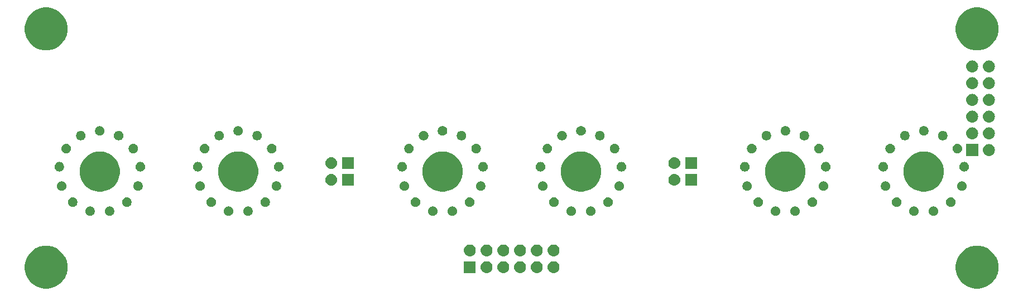
<source format=gbr>
G04 #@! TF.GenerationSoftware,KiCad,Pcbnew,(5.1.0-0)*
G04 #@! TF.CreationDate,2019-04-07T22:11:40-05:00*
G04 #@! TF.ProjectId,IN-14,494e2d31-342e-46b6-9963-61645f706362,rev?*
G04 #@! TF.SameCoordinates,Original*
G04 #@! TF.FileFunction,Soldermask,Top*
G04 #@! TF.FilePolarity,Negative*
%FSLAX46Y46*%
G04 Gerber Fmt 4.6, Leading zero omitted, Abs format (unit mm)*
G04 Created by KiCad (PCBNEW (5.1.0-0)) date 2019-04-07 22:11:40*
%MOMM*%
%LPD*%
G04 APERTURE LIST*
%ADD10C,0.100000*%
G04 APERTURE END LIST*
D10*
G36*
X220277222Y-113714126D02*
G01*
X220855389Y-113953611D01*
X220868831Y-113959179D01*
X221401264Y-114314939D01*
X221854061Y-114767736D01*
X222192627Y-115274437D01*
X222209822Y-115300171D01*
X222454874Y-115891778D01*
X222579800Y-116519823D01*
X222579800Y-117160177D01*
X222454874Y-117788222D01*
X222331424Y-118086256D01*
X222209821Y-118379831D01*
X221854061Y-118912264D01*
X221401264Y-119365061D01*
X220868831Y-119720821D01*
X220868830Y-119720822D01*
X220868829Y-119720822D01*
X220277222Y-119965874D01*
X219649177Y-120090800D01*
X219008823Y-120090800D01*
X218380778Y-119965874D01*
X217789171Y-119720822D01*
X217789170Y-119720822D01*
X217789169Y-119720821D01*
X217256736Y-119365061D01*
X216803939Y-118912264D01*
X216448179Y-118379831D01*
X216326576Y-118086256D01*
X216203126Y-117788222D01*
X216078200Y-117160177D01*
X216078200Y-116519823D01*
X216203126Y-115891778D01*
X216448178Y-115300171D01*
X216465373Y-115274437D01*
X216803939Y-114767736D01*
X217256736Y-114314939D01*
X217789169Y-113959179D01*
X217802611Y-113953611D01*
X218380778Y-113714126D01*
X219008823Y-113589200D01*
X219649177Y-113589200D01*
X220277222Y-113714126D01*
X220277222Y-113714126D01*
G37*
G36*
X79053222Y-113714126D02*
G01*
X79631389Y-113953611D01*
X79644831Y-113959179D01*
X80177264Y-114314939D01*
X80630061Y-114767736D01*
X80968627Y-115274437D01*
X80985822Y-115300171D01*
X81230874Y-115891778D01*
X81355800Y-116519823D01*
X81355800Y-117160177D01*
X81230874Y-117788222D01*
X81107424Y-118086256D01*
X80985821Y-118379831D01*
X80630061Y-118912264D01*
X80177264Y-119365061D01*
X79644831Y-119720821D01*
X79644830Y-119720822D01*
X79644829Y-119720822D01*
X79053222Y-119965874D01*
X78425177Y-120090800D01*
X77784823Y-120090800D01*
X77156778Y-119965874D01*
X76565171Y-119720822D01*
X76565170Y-119720822D01*
X76565169Y-119720821D01*
X76032736Y-119365061D01*
X75579939Y-118912264D01*
X75224179Y-118379831D01*
X75102576Y-118086256D01*
X74979126Y-117788222D01*
X74854200Y-117160177D01*
X74854200Y-116519823D01*
X74979126Y-115891778D01*
X75224178Y-115300171D01*
X75241373Y-115274437D01*
X75579939Y-114767736D01*
X76032736Y-114314939D01*
X76565169Y-113959179D01*
X76578611Y-113953611D01*
X77156778Y-113714126D01*
X77784823Y-113589200D01*
X78425177Y-113589200D01*
X79053222Y-113714126D01*
X79053222Y-113714126D01*
G37*
G36*
X143267800Y-117740800D02*
G01*
X141466200Y-117740800D01*
X141466200Y-115939200D01*
X143267800Y-115939200D01*
X143267800Y-117740800D01*
X143267800Y-117740800D01*
G37*
G36*
X152615362Y-115943545D02*
G01*
X152703588Y-115952234D01*
X152873389Y-116003743D01*
X152873392Y-116003744D01*
X153029878Y-116087388D01*
X153167044Y-116199956D01*
X153279612Y-116337122D01*
X153363256Y-116493608D01*
X153363257Y-116493611D01*
X153414766Y-116663412D01*
X153432158Y-116840000D01*
X153414766Y-117016588D01*
X153403558Y-117053534D01*
X153363256Y-117186392D01*
X153279612Y-117342878D01*
X153167044Y-117480044D01*
X153029878Y-117592612D01*
X152873392Y-117676256D01*
X152873389Y-117676257D01*
X152703588Y-117727766D01*
X152615362Y-117736455D01*
X152571250Y-117740800D01*
X152482750Y-117740800D01*
X152438638Y-117736455D01*
X152350412Y-117727766D01*
X152180611Y-117676257D01*
X152180608Y-117676256D01*
X152024122Y-117592612D01*
X151886956Y-117480044D01*
X151774388Y-117342878D01*
X151690744Y-117186392D01*
X151650442Y-117053534D01*
X151639234Y-117016588D01*
X151621842Y-116840000D01*
X151639234Y-116663412D01*
X151690743Y-116493611D01*
X151690744Y-116493608D01*
X151774388Y-116337122D01*
X151886956Y-116199956D01*
X152024122Y-116087388D01*
X152180608Y-116003744D01*
X152180611Y-116003743D01*
X152350412Y-115952234D01*
X152438638Y-115943545D01*
X152482750Y-115939200D01*
X152571250Y-115939200D01*
X152615362Y-115943545D01*
X152615362Y-115943545D01*
G37*
G36*
X144995362Y-115943545D02*
G01*
X145083588Y-115952234D01*
X145253389Y-116003743D01*
X145253392Y-116003744D01*
X145409878Y-116087388D01*
X145547044Y-116199956D01*
X145659612Y-116337122D01*
X145743256Y-116493608D01*
X145743257Y-116493611D01*
X145794766Y-116663412D01*
X145812158Y-116840000D01*
X145794766Y-117016588D01*
X145783558Y-117053534D01*
X145743256Y-117186392D01*
X145659612Y-117342878D01*
X145547044Y-117480044D01*
X145409878Y-117592612D01*
X145253392Y-117676256D01*
X145253389Y-117676257D01*
X145083588Y-117727766D01*
X144995362Y-117736455D01*
X144951250Y-117740800D01*
X144862750Y-117740800D01*
X144818638Y-117736455D01*
X144730412Y-117727766D01*
X144560611Y-117676257D01*
X144560608Y-117676256D01*
X144404122Y-117592612D01*
X144266956Y-117480044D01*
X144154388Y-117342878D01*
X144070744Y-117186392D01*
X144030442Y-117053534D01*
X144019234Y-117016588D01*
X144001842Y-116840000D01*
X144019234Y-116663412D01*
X144070743Y-116493611D01*
X144070744Y-116493608D01*
X144154388Y-116337122D01*
X144266956Y-116199956D01*
X144404122Y-116087388D01*
X144560608Y-116003744D01*
X144560611Y-116003743D01*
X144730412Y-115952234D01*
X144818638Y-115943545D01*
X144862750Y-115939200D01*
X144951250Y-115939200D01*
X144995362Y-115943545D01*
X144995362Y-115943545D01*
G37*
G36*
X147535362Y-115943545D02*
G01*
X147623588Y-115952234D01*
X147793389Y-116003743D01*
X147793392Y-116003744D01*
X147949878Y-116087388D01*
X148087044Y-116199956D01*
X148199612Y-116337122D01*
X148283256Y-116493608D01*
X148283257Y-116493611D01*
X148334766Y-116663412D01*
X148352158Y-116840000D01*
X148334766Y-117016588D01*
X148323558Y-117053534D01*
X148283256Y-117186392D01*
X148199612Y-117342878D01*
X148087044Y-117480044D01*
X147949878Y-117592612D01*
X147793392Y-117676256D01*
X147793389Y-117676257D01*
X147623588Y-117727766D01*
X147535362Y-117736455D01*
X147491250Y-117740800D01*
X147402750Y-117740800D01*
X147358638Y-117736455D01*
X147270412Y-117727766D01*
X147100611Y-117676257D01*
X147100608Y-117676256D01*
X146944122Y-117592612D01*
X146806956Y-117480044D01*
X146694388Y-117342878D01*
X146610744Y-117186392D01*
X146570442Y-117053534D01*
X146559234Y-117016588D01*
X146541842Y-116840000D01*
X146559234Y-116663412D01*
X146610743Y-116493611D01*
X146610744Y-116493608D01*
X146694388Y-116337122D01*
X146806956Y-116199956D01*
X146944122Y-116087388D01*
X147100608Y-116003744D01*
X147100611Y-116003743D01*
X147270412Y-115952234D01*
X147358638Y-115943545D01*
X147402750Y-115939200D01*
X147491250Y-115939200D01*
X147535362Y-115943545D01*
X147535362Y-115943545D01*
G37*
G36*
X150075362Y-115943545D02*
G01*
X150163588Y-115952234D01*
X150333389Y-116003743D01*
X150333392Y-116003744D01*
X150489878Y-116087388D01*
X150627044Y-116199956D01*
X150739612Y-116337122D01*
X150823256Y-116493608D01*
X150823257Y-116493611D01*
X150874766Y-116663412D01*
X150892158Y-116840000D01*
X150874766Y-117016588D01*
X150863558Y-117053534D01*
X150823256Y-117186392D01*
X150739612Y-117342878D01*
X150627044Y-117480044D01*
X150489878Y-117592612D01*
X150333392Y-117676256D01*
X150333389Y-117676257D01*
X150163588Y-117727766D01*
X150075362Y-117736455D01*
X150031250Y-117740800D01*
X149942750Y-117740800D01*
X149898638Y-117736455D01*
X149810412Y-117727766D01*
X149640611Y-117676257D01*
X149640608Y-117676256D01*
X149484122Y-117592612D01*
X149346956Y-117480044D01*
X149234388Y-117342878D01*
X149150744Y-117186392D01*
X149110442Y-117053534D01*
X149099234Y-117016588D01*
X149081842Y-116840000D01*
X149099234Y-116663412D01*
X149150743Y-116493611D01*
X149150744Y-116493608D01*
X149234388Y-116337122D01*
X149346956Y-116199956D01*
X149484122Y-116087388D01*
X149640608Y-116003744D01*
X149640611Y-116003743D01*
X149810412Y-115952234D01*
X149898638Y-115943545D01*
X149942750Y-115939200D01*
X150031250Y-115939200D01*
X150075362Y-115943545D01*
X150075362Y-115943545D01*
G37*
G36*
X155155362Y-115943545D02*
G01*
X155243588Y-115952234D01*
X155413389Y-116003743D01*
X155413392Y-116003744D01*
X155569878Y-116087388D01*
X155707044Y-116199956D01*
X155819612Y-116337122D01*
X155903256Y-116493608D01*
X155903257Y-116493611D01*
X155954766Y-116663412D01*
X155972158Y-116840000D01*
X155954766Y-117016588D01*
X155943558Y-117053534D01*
X155903256Y-117186392D01*
X155819612Y-117342878D01*
X155707044Y-117480044D01*
X155569878Y-117592612D01*
X155413392Y-117676256D01*
X155413389Y-117676257D01*
X155243588Y-117727766D01*
X155155362Y-117736455D01*
X155111250Y-117740800D01*
X155022750Y-117740800D01*
X154978638Y-117736455D01*
X154890412Y-117727766D01*
X154720611Y-117676257D01*
X154720608Y-117676256D01*
X154564122Y-117592612D01*
X154426956Y-117480044D01*
X154314388Y-117342878D01*
X154230744Y-117186392D01*
X154190442Y-117053534D01*
X154179234Y-117016588D01*
X154161842Y-116840000D01*
X154179234Y-116663412D01*
X154230743Y-116493611D01*
X154230744Y-116493608D01*
X154314388Y-116337122D01*
X154426956Y-116199956D01*
X154564122Y-116087388D01*
X154720608Y-116003744D01*
X154720611Y-116003743D01*
X154890412Y-115952234D01*
X154978638Y-115943545D01*
X155022750Y-115939200D01*
X155111250Y-115939200D01*
X155155362Y-115943545D01*
X155155362Y-115943545D01*
G37*
G36*
X147535362Y-113403545D02*
G01*
X147623588Y-113412234D01*
X147793389Y-113463743D01*
X147793392Y-113463744D01*
X147949878Y-113547388D01*
X148087044Y-113659956D01*
X148199612Y-113797122D01*
X148283256Y-113953608D01*
X148283257Y-113953611D01*
X148334766Y-114123412D01*
X148352158Y-114300000D01*
X148334766Y-114476588D01*
X148283257Y-114646389D01*
X148283256Y-114646392D01*
X148199612Y-114802878D01*
X148087044Y-114940044D01*
X147949878Y-115052612D01*
X147793392Y-115136256D01*
X147793389Y-115136257D01*
X147623588Y-115187766D01*
X147535362Y-115196455D01*
X147491250Y-115200800D01*
X147402750Y-115200800D01*
X147358638Y-115196455D01*
X147270412Y-115187766D01*
X147100611Y-115136257D01*
X147100608Y-115136256D01*
X146944122Y-115052612D01*
X146806956Y-114940044D01*
X146694388Y-114802878D01*
X146610744Y-114646392D01*
X146610743Y-114646389D01*
X146559234Y-114476588D01*
X146541842Y-114300000D01*
X146559234Y-114123412D01*
X146610743Y-113953611D01*
X146610744Y-113953608D01*
X146694388Y-113797122D01*
X146806956Y-113659956D01*
X146944122Y-113547388D01*
X147100608Y-113463744D01*
X147100611Y-113463743D01*
X147270412Y-113412234D01*
X147358638Y-113403545D01*
X147402750Y-113399200D01*
X147491250Y-113399200D01*
X147535362Y-113403545D01*
X147535362Y-113403545D01*
G37*
G36*
X152615362Y-113403545D02*
G01*
X152703588Y-113412234D01*
X152873389Y-113463743D01*
X152873392Y-113463744D01*
X153029878Y-113547388D01*
X153167044Y-113659956D01*
X153279612Y-113797122D01*
X153363256Y-113953608D01*
X153363257Y-113953611D01*
X153414766Y-114123412D01*
X153432158Y-114300000D01*
X153414766Y-114476588D01*
X153363257Y-114646389D01*
X153363256Y-114646392D01*
X153279612Y-114802878D01*
X153167044Y-114940044D01*
X153029878Y-115052612D01*
X152873392Y-115136256D01*
X152873389Y-115136257D01*
X152703588Y-115187766D01*
X152615362Y-115196455D01*
X152571250Y-115200800D01*
X152482750Y-115200800D01*
X152438638Y-115196455D01*
X152350412Y-115187766D01*
X152180611Y-115136257D01*
X152180608Y-115136256D01*
X152024122Y-115052612D01*
X151886956Y-114940044D01*
X151774388Y-114802878D01*
X151690744Y-114646392D01*
X151690743Y-114646389D01*
X151639234Y-114476588D01*
X151621842Y-114300000D01*
X151639234Y-114123412D01*
X151690743Y-113953611D01*
X151690744Y-113953608D01*
X151774388Y-113797122D01*
X151886956Y-113659956D01*
X152024122Y-113547388D01*
X152180608Y-113463744D01*
X152180611Y-113463743D01*
X152350412Y-113412234D01*
X152438638Y-113403545D01*
X152482750Y-113399200D01*
X152571250Y-113399200D01*
X152615362Y-113403545D01*
X152615362Y-113403545D01*
G37*
G36*
X142455362Y-113403545D02*
G01*
X142543588Y-113412234D01*
X142713389Y-113463743D01*
X142713392Y-113463744D01*
X142869878Y-113547388D01*
X143007044Y-113659956D01*
X143119612Y-113797122D01*
X143203256Y-113953608D01*
X143203257Y-113953611D01*
X143254766Y-114123412D01*
X143272158Y-114300000D01*
X143254766Y-114476588D01*
X143203257Y-114646389D01*
X143203256Y-114646392D01*
X143119612Y-114802878D01*
X143007044Y-114940044D01*
X142869878Y-115052612D01*
X142713392Y-115136256D01*
X142713389Y-115136257D01*
X142543588Y-115187766D01*
X142455362Y-115196455D01*
X142411250Y-115200800D01*
X142322750Y-115200800D01*
X142278638Y-115196455D01*
X142190412Y-115187766D01*
X142020611Y-115136257D01*
X142020608Y-115136256D01*
X141864122Y-115052612D01*
X141726956Y-114940044D01*
X141614388Y-114802878D01*
X141530744Y-114646392D01*
X141530743Y-114646389D01*
X141479234Y-114476588D01*
X141461842Y-114300000D01*
X141479234Y-114123412D01*
X141530743Y-113953611D01*
X141530744Y-113953608D01*
X141614388Y-113797122D01*
X141726956Y-113659956D01*
X141864122Y-113547388D01*
X142020608Y-113463744D01*
X142020611Y-113463743D01*
X142190412Y-113412234D01*
X142278638Y-113403545D01*
X142322750Y-113399200D01*
X142411250Y-113399200D01*
X142455362Y-113403545D01*
X142455362Y-113403545D01*
G37*
G36*
X144995362Y-113403545D02*
G01*
X145083588Y-113412234D01*
X145253389Y-113463743D01*
X145253392Y-113463744D01*
X145409878Y-113547388D01*
X145547044Y-113659956D01*
X145659612Y-113797122D01*
X145743256Y-113953608D01*
X145743257Y-113953611D01*
X145794766Y-114123412D01*
X145812158Y-114300000D01*
X145794766Y-114476588D01*
X145743257Y-114646389D01*
X145743256Y-114646392D01*
X145659612Y-114802878D01*
X145547044Y-114940044D01*
X145409878Y-115052612D01*
X145253392Y-115136256D01*
X145253389Y-115136257D01*
X145083588Y-115187766D01*
X144995362Y-115196455D01*
X144951250Y-115200800D01*
X144862750Y-115200800D01*
X144818638Y-115196455D01*
X144730412Y-115187766D01*
X144560611Y-115136257D01*
X144560608Y-115136256D01*
X144404122Y-115052612D01*
X144266956Y-114940044D01*
X144154388Y-114802878D01*
X144070744Y-114646392D01*
X144070743Y-114646389D01*
X144019234Y-114476588D01*
X144001842Y-114300000D01*
X144019234Y-114123412D01*
X144070743Y-113953611D01*
X144070744Y-113953608D01*
X144154388Y-113797122D01*
X144266956Y-113659956D01*
X144404122Y-113547388D01*
X144560608Y-113463744D01*
X144560611Y-113463743D01*
X144730412Y-113412234D01*
X144818638Y-113403545D01*
X144862750Y-113399200D01*
X144951250Y-113399200D01*
X144995362Y-113403545D01*
X144995362Y-113403545D01*
G37*
G36*
X150075362Y-113403545D02*
G01*
X150163588Y-113412234D01*
X150333389Y-113463743D01*
X150333392Y-113463744D01*
X150489878Y-113547388D01*
X150627044Y-113659956D01*
X150739612Y-113797122D01*
X150823256Y-113953608D01*
X150823257Y-113953611D01*
X150874766Y-114123412D01*
X150892158Y-114300000D01*
X150874766Y-114476588D01*
X150823257Y-114646389D01*
X150823256Y-114646392D01*
X150739612Y-114802878D01*
X150627044Y-114940044D01*
X150489878Y-115052612D01*
X150333392Y-115136256D01*
X150333389Y-115136257D01*
X150163588Y-115187766D01*
X150075362Y-115196455D01*
X150031250Y-115200800D01*
X149942750Y-115200800D01*
X149898638Y-115196455D01*
X149810412Y-115187766D01*
X149640611Y-115136257D01*
X149640608Y-115136256D01*
X149484122Y-115052612D01*
X149346956Y-114940044D01*
X149234388Y-114802878D01*
X149150744Y-114646392D01*
X149150743Y-114646389D01*
X149099234Y-114476588D01*
X149081842Y-114300000D01*
X149099234Y-114123412D01*
X149150743Y-113953611D01*
X149150744Y-113953608D01*
X149234388Y-113797122D01*
X149346956Y-113659956D01*
X149484122Y-113547388D01*
X149640608Y-113463744D01*
X149640611Y-113463743D01*
X149810412Y-113412234D01*
X149898638Y-113403545D01*
X149942750Y-113399200D01*
X150031250Y-113399200D01*
X150075362Y-113403545D01*
X150075362Y-113403545D01*
G37*
G36*
X155155362Y-113403545D02*
G01*
X155243588Y-113412234D01*
X155413389Y-113463743D01*
X155413392Y-113463744D01*
X155569878Y-113547388D01*
X155707044Y-113659956D01*
X155819612Y-113797122D01*
X155903256Y-113953608D01*
X155903257Y-113953611D01*
X155954766Y-114123412D01*
X155972158Y-114300000D01*
X155954766Y-114476588D01*
X155903257Y-114646389D01*
X155903256Y-114646392D01*
X155819612Y-114802878D01*
X155707044Y-114940044D01*
X155569878Y-115052612D01*
X155413392Y-115136256D01*
X155413389Y-115136257D01*
X155243588Y-115187766D01*
X155155362Y-115196455D01*
X155111250Y-115200800D01*
X155022750Y-115200800D01*
X154978638Y-115196455D01*
X154890412Y-115187766D01*
X154720611Y-115136257D01*
X154720608Y-115136256D01*
X154564122Y-115052612D01*
X154426956Y-114940044D01*
X154314388Y-114802878D01*
X154230744Y-114646392D01*
X154230743Y-114646389D01*
X154179234Y-114476588D01*
X154161842Y-114300000D01*
X154179234Y-114123412D01*
X154230743Y-113953611D01*
X154230744Y-113953608D01*
X154314388Y-113797122D01*
X154426956Y-113659956D01*
X154564122Y-113547388D01*
X154720608Y-113463744D01*
X154720611Y-113463743D01*
X154890412Y-113412234D01*
X154978638Y-113403545D01*
X155022750Y-113399200D01*
X155111250Y-113399200D01*
X155155362Y-113403545D01*
X155155362Y-113403545D01*
G37*
G36*
X136902806Y-107614250D02*
G01*
X136972734Y-107628159D01*
X137104475Y-107682728D01*
X137223040Y-107761950D01*
X137323870Y-107862780D01*
X137403092Y-107981345D01*
X137457661Y-108113086D01*
X137485480Y-108252942D01*
X137485480Y-108395538D01*
X137457661Y-108535394D01*
X137403092Y-108667135D01*
X137323870Y-108785700D01*
X137223040Y-108886530D01*
X137104475Y-108965752D01*
X136972734Y-109020321D01*
X136902806Y-109034230D01*
X136832879Y-109048140D01*
X136690281Y-109048140D01*
X136620354Y-109034230D01*
X136550426Y-109020321D01*
X136418685Y-108965752D01*
X136300120Y-108886530D01*
X136199290Y-108785700D01*
X136120068Y-108667135D01*
X136065499Y-108535394D01*
X136037680Y-108395538D01*
X136037680Y-108252942D01*
X136065499Y-108113086D01*
X136120068Y-107981345D01*
X136199290Y-107862780D01*
X136300120Y-107761950D01*
X136418685Y-107682728D01*
X136550426Y-107628159D01*
X136620354Y-107614250D01*
X136690281Y-107600340D01*
X136832879Y-107600340D01*
X136902806Y-107614250D01*
X136902806Y-107614250D01*
G37*
G36*
X139864446Y-107614250D02*
G01*
X139934374Y-107628159D01*
X140066115Y-107682728D01*
X140184680Y-107761950D01*
X140285510Y-107862780D01*
X140364732Y-107981345D01*
X140419301Y-108113086D01*
X140447120Y-108252942D01*
X140447120Y-108395538D01*
X140419301Y-108535394D01*
X140364732Y-108667135D01*
X140285510Y-108785700D01*
X140184680Y-108886530D01*
X140066115Y-108965752D01*
X139934374Y-109020321D01*
X139864446Y-109034230D01*
X139794519Y-109048140D01*
X139651921Y-109048140D01*
X139581994Y-109034230D01*
X139512066Y-109020321D01*
X139380325Y-108965752D01*
X139261760Y-108886530D01*
X139160930Y-108785700D01*
X139081708Y-108667135D01*
X139027139Y-108535394D01*
X138999320Y-108395538D01*
X138999320Y-108252942D01*
X139027139Y-108113086D01*
X139081708Y-107981345D01*
X139160930Y-107862780D01*
X139261760Y-107761950D01*
X139380325Y-107682728D01*
X139512066Y-107628159D01*
X139581994Y-107614250D01*
X139651921Y-107600340D01*
X139794519Y-107600340D01*
X139864446Y-107614250D01*
X139864446Y-107614250D01*
G37*
G36*
X105902806Y-107614250D02*
G01*
X105972734Y-107628159D01*
X106104475Y-107682728D01*
X106223040Y-107761950D01*
X106323870Y-107862780D01*
X106403092Y-107981345D01*
X106457661Y-108113086D01*
X106485480Y-108252942D01*
X106485480Y-108395538D01*
X106457661Y-108535394D01*
X106403092Y-108667135D01*
X106323870Y-108785700D01*
X106223040Y-108886530D01*
X106104475Y-108965752D01*
X105972734Y-109020321D01*
X105902806Y-109034230D01*
X105832879Y-109048140D01*
X105690281Y-109048140D01*
X105620354Y-109034230D01*
X105550426Y-109020321D01*
X105418685Y-108965752D01*
X105300120Y-108886530D01*
X105199290Y-108785700D01*
X105120068Y-108667135D01*
X105065499Y-108535394D01*
X105037680Y-108395538D01*
X105037680Y-108252942D01*
X105065499Y-108113086D01*
X105120068Y-107981345D01*
X105199290Y-107862780D01*
X105300120Y-107761950D01*
X105418685Y-107682728D01*
X105550426Y-107628159D01*
X105620354Y-107614250D01*
X105690281Y-107600340D01*
X105832879Y-107600340D01*
X105902806Y-107614250D01*
X105902806Y-107614250D01*
G37*
G36*
X160864446Y-107614250D02*
G01*
X160934374Y-107628159D01*
X161066115Y-107682728D01*
X161184680Y-107761950D01*
X161285510Y-107862780D01*
X161364732Y-107981345D01*
X161419301Y-108113086D01*
X161447120Y-108252942D01*
X161447120Y-108395538D01*
X161419301Y-108535394D01*
X161364732Y-108667135D01*
X161285510Y-108785700D01*
X161184680Y-108886530D01*
X161066115Y-108965752D01*
X160934374Y-109020321D01*
X160864446Y-109034230D01*
X160794519Y-109048140D01*
X160651921Y-109048140D01*
X160581994Y-109034230D01*
X160512066Y-109020321D01*
X160380325Y-108965752D01*
X160261760Y-108886530D01*
X160160930Y-108785700D01*
X160081708Y-108667135D01*
X160027139Y-108535394D01*
X159999320Y-108395538D01*
X159999320Y-108252942D01*
X160027139Y-108113086D01*
X160081708Y-107981345D01*
X160160930Y-107862780D01*
X160261760Y-107761950D01*
X160380325Y-107682728D01*
X160512066Y-107628159D01*
X160581994Y-107614250D01*
X160651921Y-107600340D01*
X160794519Y-107600340D01*
X160864446Y-107614250D01*
X160864446Y-107614250D01*
G37*
G36*
X157902806Y-107614250D02*
G01*
X157972734Y-107628159D01*
X158104475Y-107682728D01*
X158223040Y-107761950D01*
X158323870Y-107862780D01*
X158403092Y-107981345D01*
X158457661Y-108113086D01*
X158485480Y-108252942D01*
X158485480Y-108395538D01*
X158457661Y-108535394D01*
X158403092Y-108667135D01*
X158323870Y-108785700D01*
X158223040Y-108886530D01*
X158104475Y-108965752D01*
X157972734Y-109020321D01*
X157902806Y-109034230D01*
X157832879Y-109048140D01*
X157690281Y-109048140D01*
X157620354Y-109034230D01*
X157550426Y-109020321D01*
X157418685Y-108965752D01*
X157300120Y-108886530D01*
X157199290Y-108785700D01*
X157120068Y-108667135D01*
X157065499Y-108535394D01*
X157037680Y-108395538D01*
X157037680Y-108252942D01*
X157065499Y-108113086D01*
X157120068Y-107981345D01*
X157199290Y-107862780D01*
X157300120Y-107761950D01*
X157418685Y-107682728D01*
X157550426Y-107628159D01*
X157620354Y-107614250D01*
X157690281Y-107600340D01*
X157832879Y-107600340D01*
X157902806Y-107614250D01*
X157902806Y-107614250D01*
G37*
G36*
X108864446Y-107614250D02*
G01*
X108934374Y-107628159D01*
X109066115Y-107682728D01*
X109184680Y-107761950D01*
X109285510Y-107862780D01*
X109364732Y-107981345D01*
X109419301Y-108113086D01*
X109447120Y-108252942D01*
X109447120Y-108395538D01*
X109419301Y-108535394D01*
X109364732Y-108667135D01*
X109285510Y-108785700D01*
X109184680Y-108886530D01*
X109066115Y-108965752D01*
X108934374Y-109020321D01*
X108864446Y-109034230D01*
X108794519Y-109048140D01*
X108651921Y-109048140D01*
X108581994Y-109034230D01*
X108512066Y-109020321D01*
X108380325Y-108965752D01*
X108261760Y-108886530D01*
X108160930Y-108785700D01*
X108081708Y-108667135D01*
X108027139Y-108535394D01*
X107999320Y-108395538D01*
X107999320Y-108252942D01*
X108027139Y-108113086D01*
X108081708Y-107981345D01*
X108160930Y-107862780D01*
X108261760Y-107761950D01*
X108380325Y-107682728D01*
X108512066Y-107628159D01*
X108581994Y-107614250D01*
X108651921Y-107600340D01*
X108794519Y-107600340D01*
X108864446Y-107614250D01*
X108864446Y-107614250D01*
G37*
G36*
X191864446Y-107614250D02*
G01*
X191934374Y-107628159D01*
X192066115Y-107682728D01*
X192184680Y-107761950D01*
X192285510Y-107862780D01*
X192364732Y-107981345D01*
X192419301Y-108113086D01*
X192447120Y-108252942D01*
X192447120Y-108395538D01*
X192419301Y-108535394D01*
X192364732Y-108667135D01*
X192285510Y-108785700D01*
X192184680Y-108886530D01*
X192066115Y-108965752D01*
X191934374Y-109020321D01*
X191864446Y-109034230D01*
X191794519Y-109048140D01*
X191651921Y-109048140D01*
X191581994Y-109034230D01*
X191512066Y-109020321D01*
X191380325Y-108965752D01*
X191261760Y-108886530D01*
X191160930Y-108785700D01*
X191081708Y-108667135D01*
X191027139Y-108535394D01*
X190999320Y-108395538D01*
X190999320Y-108252942D01*
X191027139Y-108113086D01*
X191081708Y-107981345D01*
X191160930Y-107862780D01*
X191261760Y-107761950D01*
X191380325Y-107682728D01*
X191512066Y-107628159D01*
X191581994Y-107614250D01*
X191651921Y-107600340D01*
X191794519Y-107600340D01*
X191864446Y-107614250D01*
X191864446Y-107614250D01*
G37*
G36*
X87864446Y-107614250D02*
G01*
X87934374Y-107628159D01*
X88066115Y-107682728D01*
X88184680Y-107761950D01*
X88285510Y-107862780D01*
X88364732Y-107981345D01*
X88419301Y-108113086D01*
X88447120Y-108252942D01*
X88447120Y-108395538D01*
X88419301Y-108535394D01*
X88364732Y-108667135D01*
X88285510Y-108785700D01*
X88184680Y-108886530D01*
X88066115Y-108965752D01*
X87934374Y-109020321D01*
X87864446Y-109034230D01*
X87794519Y-109048140D01*
X87651921Y-109048140D01*
X87581994Y-109034230D01*
X87512066Y-109020321D01*
X87380325Y-108965752D01*
X87261760Y-108886530D01*
X87160930Y-108785700D01*
X87081708Y-108667135D01*
X87027139Y-108535394D01*
X86999320Y-108395538D01*
X86999320Y-108252942D01*
X87027139Y-108113086D01*
X87081708Y-107981345D01*
X87160930Y-107862780D01*
X87261760Y-107761950D01*
X87380325Y-107682728D01*
X87512066Y-107628159D01*
X87581994Y-107614250D01*
X87651921Y-107600340D01*
X87794519Y-107600340D01*
X87864446Y-107614250D01*
X87864446Y-107614250D01*
G37*
G36*
X188902806Y-107614250D02*
G01*
X188972734Y-107628159D01*
X189104475Y-107682728D01*
X189223040Y-107761950D01*
X189323870Y-107862780D01*
X189403092Y-107981345D01*
X189457661Y-108113086D01*
X189485480Y-108252942D01*
X189485480Y-108395538D01*
X189457661Y-108535394D01*
X189403092Y-108667135D01*
X189323870Y-108785700D01*
X189223040Y-108886530D01*
X189104475Y-108965752D01*
X188972734Y-109020321D01*
X188902806Y-109034230D01*
X188832879Y-109048140D01*
X188690281Y-109048140D01*
X188620354Y-109034230D01*
X188550426Y-109020321D01*
X188418685Y-108965752D01*
X188300120Y-108886530D01*
X188199290Y-108785700D01*
X188120068Y-108667135D01*
X188065499Y-108535394D01*
X188037680Y-108395538D01*
X188037680Y-108252942D01*
X188065499Y-108113086D01*
X188120068Y-107981345D01*
X188199290Y-107862780D01*
X188300120Y-107761950D01*
X188418685Y-107682728D01*
X188550426Y-107628159D01*
X188620354Y-107614250D01*
X188690281Y-107600340D01*
X188832879Y-107600340D01*
X188902806Y-107614250D01*
X188902806Y-107614250D01*
G37*
G36*
X209902806Y-107614250D02*
G01*
X209972734Y-107628159D01*
X210104475Y-107682728D01*
X210223040Y-107761950D01*
X210323870Y-107862780D01*
X210403092Y-107981345D01*
X210457661Y-108113086D01*
X210485480Y-108252942D01*
X210485480Y-108395538D01*
X210457661Y-108535394D01*
X210403092Y-108667135D01*
X210323870Y-108785700D01*
X210223040Y-108886530D01*
X210104475Y-108965752D01*
X209972734Y-109020321D01*
X209902806Y-109034230D01*
X209832879Y-109048140D01*
X209690281Y-109048140D01*
X209620354Y-109034230D01*
X209550426Y-109020321D01*
X209418685Y-108965752D01*
X209300120Y-108886530D01*
X209199290Y-108785700D01*
X209120068Y-108667135D01*
X209065499Y-108535394D01*
X209037680Y-108395538D01*
X209037680Y-108252942D01*
X209065499Y-108113086D01*
X209120068Y-107981345D01*
X209199290Y-107862780D01*
X209300120Y-107761950D01*
X209418685Y-107682728D01*
X209550426Y-107628159D01*
X209620354Y-107614250D01*
X209690281Y-107600340D01*
X209832879Y-107600340D01*
X209902806Y-107614250D01*
X209902806Y-107614250D01*
G37*
G36*
X212864446Y-107614250D02*
G01*
X212934374Y-107628159D01*
X213066115Y-107682728D01*
X213184680Y-107761950D01*
X213285510Y-107862780D01*
X213364732Y-107981345D01*
X213419301Y-108113086D01*
X213447120Y-108252942D01*
X213447120Y-108395538D01*
X213419301Y-108535394D01*
X213364732Y-108667135D01*
X213285510Y-108785700D01*
X213184680Y-108886530D01*
X213066115Y-108965752D01*
X212934374Y-109020321D01*
X212864446Y-109034230D01*
X212794519Y-109048140D01*
X212651921Y-109048140D01*
X212581994Y-109034230D01*
X212512066Y-109020321D01*
X212380325Y-108965752D01*
X212261760Y-108886530D01*
X212160930Y-108785700D01*
X212081708Y-108667135D01*
X212027139Y-108535394D01*
X211999320Y-108395538D01*
X211999320Y-108252942D01*
X212027139Y-108113086D01*
X212081708Y-107981345D01*
X212160930Y-107862780D01*
X212261760Y-107761950D01*
X212380325Y-107682728D01*
X212512066Y-107628159D01*
X212581994Y-107614250D01*
X212651921Y-107600340D01*
X212794519Y-107600340D01*
X212864446Y-107614250D01*
X212864446Y-107614250D01*
G37*
G36*
X84902806Y-107614250D02*
G01*
X84972734Y-107628159D01*
X85104475Y-107682728D01*
X85223040Y-107761950D01*
X85323870Y-107862780D01*
X85403092Y-107981345D01*
X85457661Y-108113086D01*
X85485480Y-108252942D01*
X85485480Y-108395538D01*
X85457661Y-108535394D01*
X85403092Y-108667135D01*
X85323870Y-108785700D01*
X85223040Y-108886530D01*
X85104475Y-108965752D01*
X84972734Y-109020321D01*
X84902806Y-109034230D01*
X84832879Y-109048140D01*
X84690281Y-109048140D01*
X84620354Y-109034230D01*
X84550426Y-109020321D01*
X84418685Y-108965752D01*
X84300120Y-108886530D01*
X84199290Y-108785700D01*
X84120068Y-108667135D01*
X84065499Y-108535394D01*
X84037680Y-108395538D01*
X84037680Y-108252942D01*
X84065499Y-108113086D01*
X84120068Y-107981345D01*
X84199290Y-107862780D01*
X84300120Y-107761950D01*
X84418685Y-107682728D01*
X84550426Y-107628159D01*
X84620354Y-107614250D01*
X84690281Y-107600340D01*
X84832879Y-107600340D01*
X84902806Y-107614250D01*
X84902806Y-107614250D01*
G37*
G36*
X155278986Y-106237569D02*
G01*
X155348914Y-106251479D01*
X155480655Y-106306048D01*
X155599220Y-106385270D01*
X155700050Y-106486100D01*
X155779272Y-106604665D01*
X155833841Y-106736406D01*
X155861660Y-106876262D01*
X155861660Y-107018858D01*
X155833841Y-107158714D01*
X155779272Y-107290455D01*
X155700050Y-107409020D01*
X155599220Y-107509850D01*
X155480655Y-107589072D01*
X155348914Y-107643641D01*
X155278986Y-107657551D01*
X155209059Y-107671460D01*
X155066461Y-107671460D01*
X154996534Y-107657551D01*
X154926606Y-107643641D01*
X154794865Y-107589072D01*
X154676300Y-107509850D01*
X154575470Y-107409020D01*
X154496248Y-107290455D01*
X154441679Y-107158714D01*
X154413860Y-107018858D01*
X154413860Y-106876262D01*
X154441679Y-106736406D01*
X154496248Y-106604665D01*
X154575470Y-106486100D01*
X154676300Y-106385270D01*
X154794865Y-106306048D01*
X154926606Y-106251479D01*
X154996534Y-106237569D01*
X155066461Y-106223660D01*
X155209059Y-106223660D01*
X155278986Y-106237569D01*
X155278986Y-106237569D01*
G37*
G36*
X90488266Y-106237569D02*
G01*
X90558194Y-106251479D01*
X90689935Y-106306048D01*
X90808500Y-106385270D01*
X90909330Y-106486100D01*
X90988552Y-106604665D01*
X91043121Y-106736406D01*
X91070940Y-106876262D01*
X91070940Y-107018858D01*
X91043121Y-107158714D01*
X90988552Y-107290455D01*
X90909330Y-107409020D01*
X90808500Y-107509850D01*
X90689935Y-107589072D01*
X90558194Y-107643641D01*
X90488266Y-107657551D01*
X90418339Y-107671460D01*
X90275741Y-107671460D01*
X90205814Y-107657551D01*
X90135886Y-107643641D01*
X90004145Y-107589072D01*
X89885580Y-107509850D01*
X89784750Y-107409020D01*
X89705528Y-107290455D01*
X89650959Y-107158714D01*
X89623140Y-107018858D01*
X89623140Y-106876262D01*
X89650959Y-106736406D01*
X89705528Y-106604665D01*
X89784750Y-106486100D01*
X89885580Y-106385270D01*
X90004145Y-106306048D01*
X90135886Y-106251479D01*
X90205814Y-106237569D01*
X90275741Y-106223660D01*
X90418339Y-106223660D01*
X90488266Y-106237569D01*
X90488266Y-106237569D01*
G37*
G36*
X142488266Y-106237569D02*
G01*
X142558194Y-106251479D01*
X142689935Y-106306048D01*
X142808500Y-106385270D01*
X142909330Y-106486100D01*
X142988552Y-106604665D01*
X143043121Y-106736406D01*
X143070940Y-106876262D01*
X143070940Y-107018858D01*
X143043121Y-107158714D01*
X142988552Y-107290455D01*
X142909330Y-107409020D01*
X142808500Y-107509850D01*
X142689935Y-107589072D01*
X142558194Y-107643641D01*
X142488266Y-107657551D01*
X142418339Y-107671460D01*
X142275741Y-107671460D01*
X142205814Y-107657551D01*
X142135886Y-107643641D01*
X142004145Y-107589072D01*
X141885580Y-107509850D01*
X141784750Y-107409020D01*
X141705528Y-107290455D01*
X141650959Y-107158714D01*
X141623140Y-107018858D01*
X141623140Y-106876262D01*
X141650959Y-106736406D01*
X141705528Y-106604665D01*
X141784750Y-106486100D01*
X141885580Y-106385270D01*
X142004145Y-106306048D01*
X142135886Y-106251479D01*
X142205814Y-106237569D01*
X142275741Y-106223660D01*
X142418339Y-106223660D01*
X142488266Y-106237569D01*
X142488266Y-106237569D01*
G37*
G36*
X134278986Y-106237569D02*
G01*
X134348914Y-106251479D01*
X134480655Y-106306048D01*
X134599220Y-106385270D01*
X134700050Y-106486100D01*
X134779272Y-106604665D01*
X134833841Y-106736406D01*
X134861660Y-106876262D01*
X134861660Y-107018858D01*
X134833841Y-107158714D01*
X134779272Y-107290455D01*
X134700050Y-107409020D01*
X134599220Y-107509850D01*
X134480655Y-107589072D01*
X134348914Y-107643641D01*
X134278986Y-107657551D01*
X134209059Y-107671460D01*
X134066461Y-107671460D01*
X133996534Y-107657551D01*
X133926606Y-107643641D01*
X133794865Y-107589072D01*
X133676300Y-107509850D01*
X133575470Y-107409020D01*
X133496248Y-107290455D01*
X133441679Y-107158714D01*
X133413860Y-107018858D01*
X133413860Y-106876262D01*
X133441679Y-106736406D01*
X133496248Y-106604665D01*
X133575470Y-106486100D01*
X133676300Y-106385270D01*
X133794865Y-106306048D01*
X133926606Y-106251479D01*
X133996534Y-106237569D01*
X134066461Y-106223660D01*
X134209059Y-106223660D01*
X134278986Y-106237569D01*
X134278986Y-106237569D01*
G37*
G36*
X111488266Y-106237569D02*
G01*
X111558194Y-106251479D01*
X111689935Y-106306048D01*
X111808500Y-106385270D01*
X111909330Y-106486100D01*
X111988552Y-106604665D01*
X112043121Y-106736406D01*
X112070940Y-106876262D01*
X112070940Y-107018858D01*
X112043121Y-107158714D01*
X111988552Y-107290455D01*
X111909330Y-107409020D01*
X111808500Y-107509850D01*
X111689935Y-107589072D01*
X111558194Y-107643641D01*
X111488266Y-107657551D01*
X111418339Y-107671460D01*
X111275741Y-107671460D01*
X111205814Y-107657551D01*
X111135886Y-107643641D01*
X111004145Y-107589072D01*
X110885580Y-107509850D01*
X110784750Y-107409020D01*
X110705528Y-107290455D01*
X110650959Y-107158714D01*
X110623140Y-107018858D01*
X110623140Y-106876262D01*
X110650959Y-106736406D01*
X110705528Y-106604665D01*
X110784750Y-106486100D01*
X110885580Y-106385270D01*
X111004145Y-106306048D01*
X111135886Y-106251479D01*
X111205814Y-106237569D01*
X111275741Y-106223660D01*
X111418339Y-106223660D01*
X111488266Y-106237569D01*
X111488266Y-106237569D01*
G37*
G36*
X103278986Y-106237569D02*
G01*
X103348914Y-106251479D01*
X103480655Y-106306048D01*
X103599220Y-106385270D01*
X103700050Y-106486100D01*
X103779272Y-106604665D01*
X103833841Y-106736406D01*
X103861660Y-106876262D01*
X103861660Y-107018858D01*
X103833841Y-107158714D01*
X103779272Y-107290455D01*
X103700050Y-107409020D01*
X103599220Y-107509850D01*
X103480655Y-107589072D01*
X103348914Y-107643641D01*
X103278986Y-107657551D01*
X103209059Y-107671460D01*
X103066461Y-107671460D01*
X102996534Y-107657551D01*
X102926606Y-107643641D01*
X102794865Y-107589072D01*
X102676300Y-107509850D01*
X102575470Y-107409020D01*
X102496248Y-107290455D01*
X102441679Y-107158714D01*
X102413860Y-107018858D01*
X102413860Y-106876262D01*
X102441679Y-106736406D01*
X102496248Y-106604665D01*
X102575470Y-106486100D01*
X102676300Y-106385270D01*
X102794865Y-106306048D01*
X102926606Y-106251479D01*
X102996534Y-106237569D01*
X103066461Y-106223660D01*
X103209059Y-106223660D01*
X103278986Y-106237569D01*
X103278986Y-106237569D01*
G37*
G36*
X82278986Y-106237569D02*
G01*
X82348914Y-106251479D01*
X82480655Y-106306048D01*
X82599220Y-106385270D01*
X82700050Y-106486100D01*
X82779272Y-106604665D01*
X82833841Y-106736406D01*
X82861660Y-106876262D01*
X82861660Y-107018858D01*
X82833841Y-107158714D01*
X82779272Y-107290455D01*
X82700050Y-107409020D01*
X82599220Y-107509850D01*
X82480655Y-107589072D01*
X82348914Y-107643641D01*
X82278986Y-107657551D01*
X82209059Y-107671460D01*
X82066461Y-107671460D01*
X81996534Y-107657551D01*
X81926606Y-107643641D01*
X81794865Y-107589072D01*
X81676300Y-107509850D01*
X81575470Y-107409020D01*
X81496248Y-107290455D01*
X81441679Y-107158714D01*
X81413860Y-107018858D01*
X81413860Y-106876262D01*
X81441679Y-106736406D01*
X81496248Y-106604665D01*
X81575470Y-106486100D01*
X81676300Y-106385270D01*
X81794865Y-106306048D01*
X81926606Y-106251479D01*
X81996534Y-106237569D01*
X82066461Y-106223660D01*
X82209059Y-106223660D01*
X82278986Y-106237569D01*
X82278986Y-106237569D01*
G37*
G36*
X186278986Y-106237569D02*
G01*
X186348914Y-106251479D01*
X186480655Y-106306048D01*
X186599220Y-106385270D01*
X186700050Y-106486100D01*
X186779272Y-106604665D01*
X186833841Y-106736406D01*
X186861660Y-106876262D01*
X186861660Y-107018858D01*
X186833841Y-107158714D01*
X186779272Y-107290455D01*
X186700050Y-107409020D01*
X186599220Y-107509850D01*
X186480655Y-107589072D01*
X186348914Y-107643641D01*
X186278986Y-107657551D01*
X186209059Y-107671460D01*
X186066461Y-107671460D01*
X185996534Y-107657551D01*
X185926606Y-107643641D01*
X185794865Y-107589072D01*
X185676300Y-107509850D01*
X185575470Y-107409020D01*
X185496248Y-107290455D01*
X185441679Y-107158714D01*
X185413860Y-107018858D01*
X185413860Y-106876262D01*
X185441679Y-106736406D01*
X185496248Y-106604665D01*
X185575470Y-106486100D01*
X185676300Y-106385270D01*
X185794865Y-106306048D01*
X185926606Y-106251479D01*
X185996534Y-106237569D01*
X186066461Y-106223660D01*
X186209059Y-106223660D01*
X186278986Y-106237569D01*
X186278986Y-106237569D01*
G37*
G36*
X194488266Y-106237569D02*
G01*
X194558194Y-106251479D01*
X194689935Y-106306048D01*
X194808500Y-106385270D01*
X194909330Y-106486100D01*
X194988552Y-106604665D01*
X195043121Y-106736406D01*
X195070940Y-106876262D01*
X195070940Y-107018858D01*
X195043121Y-107158714D01*
X194988552Y-107290455D01*
X194909330Y-107409020D01*
X194808500Y-107509850D01*
X194689935Y-107589072D01*
X194558194Y-107643641D01*
X194488266Y-107657551D01*
X194418339Y-107671460D01*
X194275741Y-107671460D01*
X194205814Y-107657551D01*
X194135886Y-107643641D01*
X194004145Y-107589072D01*
X193885580Y-107509850D01*
X193784750Y-107409020D01*
X193705528Y-107290455D01*
X193650959Y-107158714D01*
X193623140Y-107018858D01*
X193623140Y-106876262D01*
X193650959Y-106736406D01*
X193705528Y-106604665D01*
X193784750Y-106486100D01*
X193885580Y-106385270D01*
X194004145Y-106306048D01*
X194135886Y-106251479D01*
X194205814Y-106237569D01*
X194275741Y-106223660D01*
X194418339Y-106223660D01*
X194488266Y-106237569D01*
X194488266Y-106237569D01*
G37*
G36*
X207278986Y-106237569D02*
G01*
X207348914Y-106251479D01*
X207480655Y-106306048D01*
X207599220Y-106385270D01*
X207700050Y-106486100D01*
X207779272Y-106604665D01*
X207833841Y-106736406D01*
X207861660Y-106876262D01*
X207861660Y-107018858D01*
X207833841Y-107158714D01*
X207779272Y-107290455D01*
X207700050Y-107409020D01*
X207599220Y-107509850D01*
X207480655Y-107589072D01*
X207348914Y-107643641D01*
X207278986Y-107657551D01*
X207209059Y-107671460D01*
X207066461Y-107671460D01*
X206996534Y-107657551D01*
X206926606Y-107643641D01*
X206794865Y-107589072D01*
X206676300Y-107509850D01*
X206575470Y-107409020D01*
X206496248Y-107290455D01*
X206441679Y-107158714D01*
X206413860Y-107018858D01*
X206413860Y-106876262D01*
X206441679Y-106736406D01*
X206496248Y-106604665D01*
X206575470Y-106486100D01*
X206676300Y-106385270D01*
X206794865Y-106306048D01*
X206926606Y-106251479D01*
X206996534Y-106237569D01*
X207066461Y-106223660D01*
X207209059Y-106223660D01*
X207278986Y-106237569D01*
X207278986Y-106237569D01*
G37*
G36*
X215488266Y-106237569D02*
G01*
X215558194Y-106251479D01*
X215689935Y-106306048D01*
X215808500Y-106385270D01*
X215909330Y-106486100D01*
X215988552Y-106604665D01*
X216043121Y-106736406D01*
X216070940Y-106876262D01*
X216070940Y-107018858D01*
X216043121Y-107158714D01*
X215988552Y-107290455D01*
X215909330Y-107409020D01*
X215808500Y-107509850D01*
X215689935Y-107589072D01*
X215558194Y-107643641D01*
X215488266Y-107657551D01*
X215418339Y-107671460D01*
X215275741Y-107671460D01*
X215205814Y-107657551D01*
X215135886Y-107643641D01*
X215004145Y-107589072D01*
X214885580Y-107509850D01*
X214784750Y-107409020D01*
X214705528Y-107290455D01*
X214650959Y-107158714D01*
X214623140Y-107018858D01*
X214623140Y-106876262D01*
X214650959Y-106736406D01*
X214705528Y-106604665D01*
X214784750Y-106486100D01*
X214885580Y-106385270D01*
X215004145Y-106306048D01*
X215135886Y-106251479D01*
X215205814Y-106237569D01*
X215275741Y-106223660D01*
X215418339Y-106223660D01*
X215488266Y-106237569D01*
X215488266Y-106237569D01*
G37*
G36*
X163488266Y-106237569D02*
G01*
X163558194Y-106251479D01*
X163689935Y-106306048D01*
X163808500Y-106385270D01*
X163909330Y-106486100D01*
X163988552Y-106604665D01*
X164043121Y-106736406D01*
X164070940Y-106876262D01*
X164070940Y-107018858D01*
X164043121Y-107158714D01*
X163988552Y-107290455D01*
X163909330Y-107409020D01*
X163808500Y-107509850D01*
X163689935Y-107589072D01*
X163558194Y-107643641D01*
X163488266Y-107657551D01*
X163418339Y-107671460D01*
X163275741Y-107671460D01*
X163205814Y-107657551D01*
X163135886Y-107643641D01*
X163004145Y-107589072D01*
X162885580Y-107509850D01*
X162784750Y-107409020D01*
X162705528Y-107290455D01*
X162650959Y-107158714D01*
X162623140Y-107018858D01*
X162623140Y-106876262D01*
X162650959Y-106736406D01*
X162705528Y-106604665D01*
X162784750Y-106486100D01*
X162885580Y-106385270D01*
X163004145Y-106306048D01*
X163135886Y-106251479D01*
X163205814Y-106237569D01*
X163275741Y-106223660D01*
X163418339Y-106223660D01*
X163488266Y-106237569D01*
X163488266Y-106237569D01*
G37*
G36*
X107739347Y-99302880D02*
G01*
X108132286Y-99381040D01*
X108687496Y-99611016D01*
X109187172Y-99944889D01*
X109612111Y-100369828D01*
X109945984Y-100869504D01*
X110175960Y-101424714D01*
X110293200Y-102014122D01*
X110293200Y-102615078D01*
X110175960Y-103204486D01*
X109945984Y-103759696D01*
X109612111Y-104259372D01*
X109187172Y-104684311D01*
X108687496Y-105018184D01*
X108132286Y-105248160D01*
X107739347Y-105326320D01*
X107542879Y-105365400D01*
X106941921Y-105365400D01*
X106745453Y-105326320D01*
X106352514Y-105248160D01*
X105797304Y-105018184D01*
X105297628Y-104684311D01*
X104872689Y-104259372D01*
X104538816Y-103759696D01*
X104308840Y-103204486D01*
X104191600Y-102615078D01*
X104191600Y-102014122D01*
X104308840Y-101424714D01*
X104538816Y-100869504D01*
X104872689Y-100369828D01*
X105297628Y-99944889D01*
X105797304Y-99611016D01*
X106352514Y-99381040D01*
X106745453Y-99302880D01*
X106941921Y-99263800D01*
X107542879Y-99263800D01*
X107739347Y-99302880D01*
X107739347Y-99302880D01*
G37*
G36*
X86739347Y-99302880D02*
G01*
X87132286Y-99381040D01*
X87687496Y-99611016D01*
X88187172Y-99944889D01*
X88612111Y-100369828D01*
X88945984Y-100869504D01*
X89175960Y-101424714D01*
X89293200Y-102014122D01*
X89293200Y-102615078D01*
X89175960Y-103204486D01*
X88945984Y-103759696D01*
X88612111Y-104259372D01*
X88187172Y-104684311D01*
X87687496Y-105018184D01*
X87132286Y-105248160D01*
X86739347Y-105326320D01*
X86542879Y-105365400D01*
X85941921Y-105365400D01*
X85745453Y-105326320D01*
X85352514Y-105248160D01*
X84797304Y-105018184D01*
X84297628Y-104684311D01*
X83872689Y-104259372D01*
X83538816Y-103759696D01*
X83308840Y-103204486D01*
X83191600Y-102615078D01*
X83191600Y-102014122D01*
X83308840Y-101424714D01*
X83538816Y-100869504D01*
X83872689Y-100369828D01*
X84297628Y-99944889D01*
X84797304Y-99611016D01*
X85352514Y-99381040D01*
X85745453Y-99302880D01*
X85941921Y-99263800D01*
X86542879Y-99263800D01*
X86739347Y-99302880D01*
X86739347Y-99302880D01*
G37*
G36*
X159739347Y-99302880D02*
G01*
X160132286Y-99381040D01*
X160687496Y-99611016D01*
X161187172Y-99944889D01*
X161612111Y-100369828D01*
X161945984Y-100869504D01*
X162175960Y-101424714D01*
X162293200Y-102014122D01*
X162293200Y-102615078D01*
X162175960Y-103204486D01*
X161945984Y-103759696D01*
X161612111Y-104259372D01*
X161187172Y-104684311D01*
X160687496Y-105018184D01*
X160132286Y-105248160D01*
X159739347Y-105326320D01*
X159542879Y-105365400D01*
X158941921Y-105365400D01*
X158745453Y-105326320D01*
X158352514Y-105248160D01*
X157797304Y-105018184D01*
X157297628Y-104684311D01*
X156872689Y-104259372D01*
X156538816Y-103759696D01*
X156308840Y-103204486D01*
X156191600Y-102615078D01*
X156191600Y-102014122D01*
X156308840Y-101424714D01*
X156538816Y-100869504D01*
X156872689Y-100369828D01*
X157297628Y-99944889D01*
X157797304Y-99611016D01*
X158352514Y-99381040D01*
X158745453Y-99302880D01*
X158941921Y-99263800D01*
X159542879Y-99263800D01*
X159739347Y-99302880D01*
X159739347Y-99302880D01*
G37*
G36*
X138739347Y-99302880D02*
G01*
X139132286Y-99381040D01*
X139687496Y-99611016D01*
X140187172Y-99944889D01*
X140612111Y-100369828D01*
X140945984Y-100869504D01*
X141175960Y-101424714D01*
X141293200Y-102014122D01*
X141293200Y-102615078D01*
X141175960Y-103204486D01*
X140945984Y-103759696D01*
X140612111Y-104259372D01*
X140187172Y-104684311D01*
X139687496Y-105018184D01*
X139132286Y-105248160D01*
X138739347Y-105326320D01*
X138542879Y-105365400D01*
X137941921Y-105365400D01*
X137745453Y-105326320D01*
X137352514Y-105248160D01*
X136797304Y-105018184D01*
X136297628Y-104684311D01*
X135872689Y-104259372D01*
X135538816Y-103759696D01*
X135308840Y-103204486D01*
X135191600Y-102615078D01*
X135191600Y-102014122D01*
X135308840Y-101424714D01*
X135538816Y-100869504D01*
X135872689Y-100369828D01*
X136297628Y-99944889D01*
X136797304Y-99611016D01*
X137352514Y-99381040D01*
X137745453Y-99302880D01*
X137941921Y-99263800D01*
X138542879Y-99263800D01*
X138739347Y-99302880D01*
X138739347Y-99302880D01*
G37*
G36*
X190739347Y-99302880D02*
G01*
X191132286Y-99381040D01*
X191687496Y-99611016D01*
X192187172Y-99944889D01*
X192612111Y-100369828D01*
X192945984Y-100869504D01*
X193175960Y-101424714D01*
X193293200Y-102014122D01*
X193293200Y-102615078D01*
X193175960Y-103204486D01*
X192945984Y-103759696D01*
X192612111Y-104259372D01*
X192187172Y-104684311D01*
X191687496Y-105018184D01*
X191132286Y-105248160D01*
X190739347Y-105326320D01*
X190542879Y-105365400D01*
X189941921Y-105365400D01*
X189745453Y-105326320D01*
X189352514Y-105248160D01*
X188797304Y-105018184D01*
X188297628Y-104684311D01*
X187872689Y-104259372D01*
X187538816Y-103759696D01*
X187308840Y-103204486D01*
X187191600Y-102615078D01*
X187191600Y-102014122D01*
X187308840Y-101424714D01*
X187538816Y-100869504D01*
X187872689Y-100369828D01*
X188297628Y-99944889D01*
X188797304Y-99611016D01*
X189352514Y-99381040D01*
X189745453Y-99302880D01*
X189941921Y-99263800D01*
X190542879Y-99263800D01*
X190739347Y-99302880D01*
X190739347Y-99302880D01*
G37*
G36*
X211739347Y-99302880D02*
G01*
X212132286Y-99381040D01*
X212687496Y-99611016D01*
X213187172Y-99944889D01*
X213612111Y-100369828D01*
X213945984Y-100869504D01*
X214175960Y-101424714D01*
X214293200Y-102014122D01*
X214293200Y-102615078D01*
X214175960Y-103204486D01*
X213945984Y-103759696D01*
X213612111Y-104259372D01*
X213187172Y-104684311D01*
X212687496Y-105018184D01*
X212132286Y-105248160D01*
X211739347Y-105326320D01*
X211542879Y-105365400D01*
X210941921Y-105365400D01*
X210745453Y-105326320D01*
X210352514Y-105248160D01*
X209797304Y-105018184D01*
X209297628Y-104684311D01*
X208872689Y-104259372D01*
X208538816Y-103759696D01*
X208308840Y-103204486D01*
X208191600Y-102615078D01*
X208191600Y-102014122D01*
X208308840Y-101424714D01*
X208538816Y-100869504D01*
X208872689Y-100369828D01*
X209297628Y-99944889D01*
X209797304Y-99611016D01*
X210352514Y-99381040D01*
X210745453Y-99302880D01*
X210941921Y-99263800D01*
X211542879Y-99263800D01*
X211739347Y-99302880D01*
X211739347Y-99302880D01*
G37*
G36*
X196169746Y-103799170D02*
G01*
X196239674Y-103813079D01*
X196371415Y-103867648D01*
X196489980Y-103946870D01*
X196590810Y-104047700D01*
X196670032Y-104166265D01*
X196724601Y-104298006D01*
X196752420Y-104437862D01*
X196752420Y-104580458D01*
X196724601Y-104720314D01*
X196670032Y-104852055D01*
X196590810Y-104970620D01*
X196489980Y-105071450D01*
X196371415Y-105150672D01*
X196239674Y-105205241D01*
X196169746Y-105219150D01*
X196099819Y-105233060D01*
X195957221Y-105233060D01*
X195887294Y-105219150D01*
X195817366Y-105205241D01*
X195685625Y-105150672D01*
X195567060Y-105071450D01*
X195466230Y-104970620D01*
X195387008Y-104852055D01*
X195332439Y-104720314D01*
X195304620Y-104580458D01*
X195304620Y-104437862D01*
X195332439Y-104298006D01*
X195387008Y-104166265D01*
X195466230Y-104047700D01*
X195567060Y-103946870D01*
X195685625Y-103867648D01*
X195817366Y-103813079D01*
X195887294Y-103799169D01*
X195957221Y-103785260D01*
X196099819Y-103785260D01*
X196169746Y-103799170D01*
X196169746Y-103799170D01*
G37*
G36*
X165169746Y-103799170D02*
G01*
X165239674Y-103813079D01*
X165371415Y-103867648D01*
X165489980Y-103946870D01*
X165590810Y-104047700D01*
X165670032Y-104166265D01*
X165724601Y-104298006D01*
X165752420Y-104437862D01*
X165752420Y-104580458D01*
X165724601Y-104720314D01*
X165670032Y-104852055D01*
X165590810Y-104970620D01*
X165489980Y-105071450D01*
X165371415Y-105150672D01*
X165239674Y-105205241D01*
X165169746Y-105219150D01*
X165099819Y-105233060D01*
X164957221Y-105233060D01*
X164887294Y-105219150D01*
X164817366Y-105205241D01*
X164685625Y-105150672D01*
X164567060Y-105071450D01*
X164466230Y-104970620D01*
X164387008Y-104852055D01*
X164332439Y-104720314D01*
X164304620Y-104580458D01*
X164304620Y-104437862D01*
X164332439Y-104298006D01*
X164387008Y-104166265D01*
X164466230Y-104047700D01*
X164567060Y-103946870D01*
X164685625Y-103867648D01*
X164817366Y-103813079D01*
X164887294Y-103799169D01*
X164957221Y-103785260D01*
X165099819Y-103785260D01*
X165169746Y-103799170D01*
X165169746Y-103799170D01*
G37*
G36*
X113169746Y-103799170D02*
G01*
X113239674Y-103813079D01*
X113371415Y-103867648D01*
X113489980Y-103946870D01*
X113590810Y-104047700D01*
X113670032Y-104166265D01*
X113724601Y-104298006D01*
X113752420Y-104437862D01*
X113752420Y-104580458D01*
X113724601Y-104720314D01*
X113670032Y-104852055D01*
X113590810Y-104970620D01*
X113489980Y-105071450D01*
X113371415Y-105150672D01*
X113239674Y-105205241D01*
X113169746Y-105219150D01*
X113099819Y-105233060D01*
X112957221Y-105233060D01*
X112887294Y-105219150D01*
X112817366Y-105205241D01*
X112685625Y-105150672D01*
X112567060Y-105071450D01*
X112466230Y-104970620D01*
X112387008Y-104852055D01*
X112332439Y-104720314D01*
X112304620Y-104580458D01*
X112304620Y-104437862D01*
X112332439Y-104298006D01*
X112387008Y-104166265D01*
X112466230Y-104047700D01*
X112567060Y-103946870D01*
X112685625Y-103867648D01*
X112817366Y-103813079D01*
X112887294Y-103799169D01*
X112957221Y-103785260D01*
X113099819Y-103785260D01*
X113169746Y-103799170D01*
X113169746Y-103799170D01*
G37*
G36*
X132597506Y-103799170D02*
G01*
X132667434Y-103813079D01*
X132799175Y-103867648D01*
X132917740Y-103946870D01*
X133018570Y-104047700D01*
X133097792Y-104166265D01*
X133152361Y-104298006D01*
X133180180Y-104437862D01*
X133180180Y-104580458D01*
X133152361Y-104720314D01*
X133097792Y-104852055D01*
X133018570Y-104970620D01*
X132917740Y-105071450D01*
X132799175Y-105150672D01*
X132667434Y-105205241D01*
X132597506Y-105219150D01*
X132527579Y-105233060D01*
X132384981Y-105233060D01*
X132315054Y-105219150D01*
X132245126Y-105205241D01*
X132113385Y-105150672D01*
X131994820Y-105071450D01*
X131893990Y-104970620D01*
X131814768Y-104852055D01*
X131760199Y-104720314D01*
X131732380Y-104580458D01*
X131732380Y-104437862D01*
X131760199Y-104298006D01*
X131814768Y-104166265D01*
X131893990Y-104047700D01*
X131994820Y-103946870D01*
X132113385Y-103867648D01*
X132245126Y-103813079D01*
X132315054Y-103799169D01*
X132384981Y-103785260D01*
X132527579Y-103785260D01*
X132597506Y-103799170D01*
X132597506Y-103799170D01*
G37*
G36*
X205597506Y-103799170D02*
G01*
X205667434Y-103813079D01*
X205799175Y-103867648D01*
X205917740Y-103946870D01*
X206018570Y-104047700D01*
X206097792Y-104166265D01*
X206152361Y-104298006D01*
X206180180Y-104437862D01*
X206180180Y-104580458D01*
X206152361Y-104720314D01*
X206097792Y-104852055D01*
X206018570Y-104970620D01*
X205917740Y-105071450D01*
X205799175Y-105150672D01*
X205667434Y-105205241D01*
X205597506Y-105219150D01*
X205527579Y-105233060D01*
X205384981Y-105233060D01*
X205315054Y-105219150D01*
X205245126Y-105205241D01*
X205113385Y-105150672D01*
X204994820Y-105071450D01*
X204893990Y-104970620D01*
X204814768Y-104852055D01*
X204760199Y-104720314D01*
X204732380Y-104580458D01*
X204732380Y-104437862D01*
X204760199Y-104298006D01*
X204814768Y-104166265D01*
X204893990Y-104047700D01*
X204994820Y-103946870D01*
X205113385Y-103867648D01*
X205245126Y-103813079D01*
X205315054Y-103799169D01*
X205384981Y-103785260D01*
X205527579Y-103785260D01*
X205597506Y-103799170D01*
X205597506Y-103799170D01*
G37*
G36*
X184597506Y-103799170D02*
G01*
X184667434Y-103813079D01*
X184799175Y-103867648D01*
X184917740Y-103946870D01*
X185018570Y-104047700D01*
X185097792Y-104166265D01*
X185152361Y-104298006D01*
X185180180Y-104437862D01*
X185180180Y-104580458D01*
X185152361Y-104720314D01*
X185097792Y-104852055D01*
X185018570Y-104970620D01*
X184917740Y-105071450D01*
X184799175Y-105150672D01*
X184667434Y-105205241D01*
X184597506Y-105219150D01*
X184527579Y-105233060D01*
X184384981Y-105233060D01*
X184315054Y-105219150D01*
X184245126Y-105205241D01*
X184113385Y-105150672D01*
X183994820Y-105071450D01*
X183893990Y-104970620D01*
X183814768Y-104852055D01*
X183760199Y-104720314D01*
X183732380Y-104580458D01*
X183732380Y-104437862D01*
X183760199Y-104298006D01*
X183814768Y-104166265D01*
X183893990Y-104047700D01*
X183994820Y-103946870D01*
X184113385Y-103867648D01*
X184245126Y-103813079D01*
X184315054Y-103799169D01*
X184384981Y-103785260D01*
X184527579Y-103785260D01*
X184597506Y-103799170D01*
X184597506Y-103799170D01*
G37*
G36*
X101597506Y-103799170D02*
G01*
X101667434Y-103813079D01*
X101799175Y-103867648D01*
X101917740Y-103946870D01*
X102018570Y-104047700D01*
X102097792Y-104166265D01*
X102152361Y-104298006D01*
X102180180Y-104437862D01*
X102180180Y-104580458D01*
X102152361Y-104720314D01*
X102097792Y-104852055D01*
X102018570Y-104970620D01*
X101917740Y-105071450D01*
X101799175Y-105150672D01*
X101667434Y-105205241D01*
X101597506Y-105219150D01*
X101527579Y-105233060D01*
X101384981Y-105233060D01*
X101315054Y-105219150D01*
X101245126Y-105205241D01*
X101113385Y-105150672D01*
X100994820Y-105071450D01*
X100893990Y-104970620D01*
X100814768Y-104852055D01*
X100760199Y-104720314D01*
X100732380Y-104580458D01*
X100732380Y-104437862D01*
X100760199Y-104298006D01*
X100814768Y-104166265D01*
X100893990Y-104047700D01*
X100994820Y-103946870D01*
X101113385Y-103867648D01*
X101245126Y-103813079D01*
X101315054Y-103799169D01*
X101384981Y-103785260D01*
X101527579Y-103785260D01*
X101597506Y-103799170D01*
X101597506Y-103799170D01*
G37*
G36*
X92169746Y-103799170D02*
G01*
X92239674Y-103813079D01*
X92371415Y-103867648D01*
X92489980Y-103946870D01*
X92590810Y-104047700D01*
X92670032Y-104166265D01*
X92724601Y-104298006D01*
X92752420Y-104437862D01*
X92752420Y-104580458D01*
X92724601Y-104720314D01*
X92670032Y-104852055D01*
X92590810Y-104970620D01*
X92489980Y-105071450D01*
X92371415Y-105150672D01*
X92239674Y-105205241D01*
X92169746Y-105219150D01*
X92099819Y-105233060D01*
X91957221Y-105233060D01*
X91887294Y-105219150D01*
X91817366Y-105205241D01*
X91685625Y-105150672D01*
X91567060Y-105071450D01*
X91466230Y-104970620D01*
X91387008Y-104852055D01*
X91332439Y-104720314D01*
X91304620Y-104580458D01*
X91304620Y-104437862D01*
X91332439Y-104298006D01*
X91387008Y-104166265D01*
X91466230Y-104047700D01*
X91567060Y-103946870D01*
X91685625Y-103867648D01*
X91817366Y-103813079D01*
X91887294Y-103799169D01*
X91957221Y-103785260D01*
X92099819Y-103785260D01*
X92169746Y-103799170D01*
X92169746Y-103799170D01*
G37*
G36*
X217169746Y-103799170D02*
G01*
X217239674Y-103813079D01*
X217371415Y-103867648D01*
X217489980Y-103946870D01*
X217590810Y-104047700D01*
X217670032Y-104166265D01*
X217724601Y-104298006D01*
X217752420Y-104437862D01*
X217752420Y-104580458D01*
X217724601Y-104720314D01*
X217670032Y-104852055D01*
X217590810Y-104970620D01*
X217489980Y-105071450D01*
X217371415Y-105150672D01*
X217239674Y-105205241D01*
X217169746Y-105219150D01*
X217099819Y-105233060D01*
X216957221Y-105233060D01*
X216887294Y-105219150D01*
X216817366Y-105205241D01*
X216685625Y-105150672D01*
X216567060Y-105071450D01*
X216466230Y-104970620D01*
X216387008Y-104852055D01*
X216332439Y-104720314D01*
X216304620Y-104580458D01*
X216304620Y-104437862D01*
X216332439Y-104298006D01*
X216387008Y-104166265D01*
X216466230Y-104047700D01*
X216567060Y-103946870D01*
X216685625Y-103867648D01*
X216817366Y-103813079D01*
X216887294Y-103799169D01*
X216957221Y-103785260D01*
X217099819Y-103785260D01*
X217169746Y-103799170D01*
X217169746Y-103799170D01*
G37*
G36*
X144169746Y-103799170D02*
G01*
X144239674Y-103813079D01*
X144371415Y-103867648D01*
X144489980Y-103946870D01*
X144590810Y-104047700D01*
X144670032Y-104166265D01*
X144724601Y-104298006D01*
X144752420Y-104437862D01*
X144752420Y-104580458D01*
X144724601Y-104720314D01*
X144670032Y-104852055D01*
X144590810Y-104970620D01*
X144489980Y-105071450D01*
X144371415Y-105150672D01*
X144239674Y-105205241D01*
X144169746Y-105219150D01*
X144099819Y-105233060D01*
X143957221Y-105233060D01*
X143887294Y-105219150D01*
X143817366Y-105205241D01*
X143685625Y-105150672D01*
X143567060Y-105071450D01*
X143466230Y-104970620D01*
X143387008Y-104852055D01*
X143332439Y-104720314D01*
X143304620Y-104580458D01*
X143304620Y-104437862D01*
X143332439Y-104298006D01*
X143387008Y-104166265D01*
X143466230Y-104047700D01*
X143567060Y-103946870D01*
X143685625Y-103867648D01*
X143817366Y-103813079D01*
X143887294Y-103799169D01*
X143957221Y-103785260D01*
X144099819Y-103785260D01*
X144169746Y-103799170D01*
X144169746Y-103799170D01*
G37*
G36*
X153597506Y-103799170D02*
G01*
X153667434Y-103813079D01*
X153799175Y-103867648D01*
X153917740Y-103946870D01*
X154018570Y-104047700D01*
X154097792Y-104166265D01*
X154152361Y-104298006D01*
X154180180Y-104437862D01*
X154180180Y-104580458D01*
X154152361Y-104720314D01*
X154097792Y-104852055D01*
X154018570Y-104970620D01*
X153917740Y-105071450D01*
X153799175Y-105150672D01*
X153667434Y-105205241D01*
X153597506Y-105219150D01*
X153527579Y-105233060D01*
X153384981Y-105233060D01*
X153315054Y-105219150D01*
X153245126Y-105205241D01*
X153113385Y-105150672D01*
X152994820Y-105071450D01*
X152893990Y-104970620D01*
X152814768Y-104852055D01*
X152760199Y-104720314D01*
X152732380Y-104580458D01*
X152732380Y-104437862D01*
X152760199Y-104298006D01*
X152814768Y-104166265D01*
X152893990Y-104047700D01*
X152994820Y-103946870D01*
X153113385Y-103867648D01*
X153245126Y-103813079D01*
X153315054Y-103799169D01*
X153384981Y-103785260D01*
X153527579Y-103785260D01*
X153597506Y-103799170D01*
X153597506Y-103799170D01*
G37*
G36*
X80597506Y-103799170D02*
G01*
X80667434Y-103813079D01*
X80799175Y-103867648D01*
X80917740Y-103946870D01*
X81018570Y-104047700D01*
X81097792Y-104166265D01*
X81152361Y-104298006D01*
X81180180Y-104437862D01*
X81180180Y-104580458D01*
X81152361Y-104720314D01*
X81097792Y-104852055D01*
X81018570Y-104970620D01*
X80917740Y-105071450D01*
X80799175Y-105150672D01*
X80667434Y-105205241D01*
X80597506Y-105219150D01*
X80527579Y-105233060D01*
X80384981Y-105233060D01*
X80315054Y-105219150D01*
X80245126Y-105205241D01*
X80113385Y-105150672D01*
X79994820Y-105071450D01*
X79893990Y-104970620D01*
X79814768Y-104852055D01*
X79760199Y-104720314D01*
X79732380Y-104580458D01*
X79732380Y-104437862D01*
X79760199Y-104298006D01*
X79814768Y-104166265D01*
X79893990Y-104047700D01*
X79994820Y-103946870D01*
X80113385Y-103867648D01*
X80245126Y-103813079D01*
X80315054Y-103799169D01*
X80384981Y-103785260D01*
X80527579Y-103785260D01*
X80597506Y-103799170D01*
X80597506Y-103799170D01*
G37*
G36*
X121443362Y-102663545D02*
G01*
X121531588Y-102672234D01*
X121701389Y-102723743D01*
X121701392Y-102723744D01*
X121857878Y-102807388D01*
X121995044Y-102919956D01*
X122107612Y-103057122D01*
X122191256Y-103213608D01*
X122191257Y-103213611D01*
X122242766Y-103383412D01*
X122260158Y-103560000D01*
X122242766Y-103736588D01*
X122203009Y-103867648D01*
X122191256Y-103906392D01*
X122107612Y-104062878D01*
X121995044Y-104200044D01*
X121857878Y-104312612D01*
X121701392Y-104396256D01*
X121701389Y-104396257D01*
X121531588Y-104447766D01*
X121443362Y-104456455D01*
X121399250Y-104460800D01*
X121310750Y-104460800D01*
X121266638Y-104456455D01*
X121178412Y-104447766D01*
X121008611Y-104396257D01*
X121008608Y-104396256D01*
X120852122Y-104312612D01*
X120714956Y-104200044D01*
X120602388Y-104062878D01*
X120518744Y-103906392D01*
X120506991Y-103867648D01*
X120467234Y-103736588D01*
X120449842Y-103560000D01*
X120467234Y-103383412D01*
X120518743Y-103213611D01*
X120518744Y-103213608D01*
X120602388Y-103057122D01*
X120714956Y-102919956D01*
X120852122Y-102807388D01*
X121008608Y-102723744D01*
X121008611Y-102723743D01*
X121178412Y-102672234D01*
X121266638Y-102663545D01*
X121310750Y-102659200D01*
X121399250Y-102659200D01*
X121443362Y-102663545D01*
X121443362Y-102663545D01*
G37*
G36*
X173500362Y-102663545D02*
G01*
X173588588Y-102672234D01*
X173758389Y-102723743D01*
X173758392Y-102723744D01*
X173914878Y-102807388D01*
X174052044Y-102919956D01*
X174164612Y-103057122D01*
X174248256Y-103213608D01*
X174248257Y-103213611D01*
X174299766Y-103383412D01*
X174317158Y-103560000D01*
X174299766Y-103736588D01*
X174260009Y-103867648D01*
X174248256Y-103906392D01*
X174164612Y-104062878D01*
X174052044Y-104200044D01*
X173914878Y-104312612D01*
X173758392Y-104396256D01*
X173758389Y-104396257D01*
X173588588Y-104447766D01*
X173500362Y-104456455D01*
X173456250Y-104460800D01*
X173367750Y-104460800D01*
X173323638Y-104456455D01*
X173235412Y-104447766D01*
X173065611Y-104396257D01*
X173065608Y-104396256D01*
X172909122Y-104312612D01*
X172771956Y-104200044D01*
X172659388Y-104062878D01*
X172575744Y-103906392D01*
X172563991Y-103867648D01*
X172524234Y-103736588D01*
X172506842Y-103560000D01*
X172524234Y-103383412D01*
X172575743Y-103213611D01*
X172575744Y-103213608D01*
X172659388Y-103057122D01*
X172771956Y-102919956D01*
X172909122Y-102807388D01*
X173065608Y-102723744D01*
X173065611Y-102723743D01*
X173235412Y-102672234D01*
X173323638Y-102663545D01*
X173367750Y-102659200D01*
X173456250Y-102659200D01*
X173500362Y-102663545D01*
X173500362Y-102663545D01*
G37*
G36*
X176852800Y-104460800D02*
G01*
X175051200Y-104460800D01*
X175051200Y-102659200D01*
X176852800Y-102659200D01*
X176852800Y-104460800D01*
X176852800Y-104460800D01*
G37*
G36*
X124795800Y-104460800D02*
G01*
X122994200Y-104460800D01*
X122994200Y-102659200D01*
X124795800Y-102659200D01*
X124795800Y-104460800D01*
X124795800Y-104460800D01*
G37*
G36*
X165527886Y-100860389D02*
G01*
X165597814Y-100874299D01*
X165729555Y-100928868D01*
X165848120Y-101008090D01*
X165948950Y-101108920D01*
X166028172Y-101227485D01*
X166082741Y-101359226D01*
X166110560Y-101499082D01*
X166110560Y-101641678D01*
X166082741Y-101781534D01*
X166028172Y-101913275D01*
X165948950Y-102031840D01*
X165848120Y-102132670D01*
X165729555Y-102211892D01*
X165597814Y-102266461D01*
X165527886Y-102280371D01*
X165457959Y-102294280D01*
X165315361Y-102294280D01*
X165245434Y-102280371D01*
X165175506Y-102266461D01*
X165043765Y-102211892D01*
X164925200Y-102132670D01*
X164824370Y-102031840D01*
X164745148Y-101913275D01*
X164690579Y-101781534D01*
X164662760Y-101641678D01*
X164662760Y-101499082D01*
X164690579Y-101359226D01*
X164745148Y-101227485D01*
X164824370Y-101108920D01*
X164925200Y-101008090D01*
X165043765Y-100928868D01*
X165175506Y-100874299D01*
X165245434Y-100860390D01*
X165315361Y-100846480D01*
X165457959Y-100846480D01*
X165527886Y-100860389D01*
X165527886Y-100860389D01*
G37*
G36*
X101239366Y-100860389D02*
G01*
X101309294Y-100874299D01*
X101441035Y-100928868D01*
X101559600Y-101008090D01*
X101660430Y-101108920D01*
X101739652Y-101227485D01*
X101794221Y-101359226D01*
X101822040Y-101499082D01*
X101822040Y-101641678D01*
X101794221Y-101781534D01*
X101739652Y-101913275D01*
X101660430Y-102031840D01*
X101559600Y-102132670D01*
X101441035Y-102211892D01*
X101309294Y-102266461D01*
X101239366Y-102280371D01*
X101169439Y-102294280D01*
X101026841Y-102294280D01*
X100956914Y-102280371D01*
X100886986Y-102266461D01*
X100755245Y-102211892D01*
X100636680Y-102132670D01*
X100535850Y-102031840D01*
X100456628Y-101913275D01*
X100402059Y-101781534D01*
X100374240Y-101641678D01*
X100374240Y-101499082D01*
X100402059Y-101359226D01*
X100456628Y-101227485D01*
X100535850Y-101108920D01*
X100636680Y-101008090D01*
X100755245Y-100928868D01*
X100886986Y-100874299D01*
X100956914Y-100860390D01*
X101026841Y-100846480D01*
X101169439Y-100846480D01*
X101239366Y-100860389D01*
X101239366Y-100860389D01*
G37*
G36*
X196527886Y-100860389D02*
G01*
X196597814Y-100874299D01*
X196729555Y-100928868D01*
X196848120Y-101008090D01*
X196948950Y-101108920D01*
X197028172Y-101227485D01*
X197082741Y-101359226D01*
X197110560Y-101499082D01*
X197110560Y-101641678D01*
X197082741Y-101781534D01*
X197028172Y-101913275D01*
X196948950Y-102031840D01*
X196848120Y-102132670D01*
X196729555Y-102211892D01*
X196597814Y-102266461D01*
X196527886Y-102280371D01*
X196457959Y-102294280D01*
X196315361Y-102294280D01*
X196245434Y-102280371D01*
X196175506Y-102266461D01*
X196043765Y-102211892D01*
X195925200Y-102132670D01*
X195824370Y-102031840D01*
X195745148Y-101913275D01*
X195690579Y-101781534D01*
X195662760Y-101641678D01*
X195662760Y-101499082D01*
X195690579Y-101359226D01*
X195745148Y-101227485D01*
X195824370Y-101108920D01*
X195925200Y-101008090D01*
X196043765Y-100928868D01*
X196175506Y-100874299D01*
X196245434Y-100860390D01*
X196315361Y-100846480D01*
X196457959Y-100846480D01*
X196527886Y-100860389D01*
X196527886Y-100860389D01*
G37*
G36*
X144527886Y-100860389D02*
G01*
X144597814Y-100874299D01*
X144729555Y-100928868D01*
X144848120Y-101008090D01*
X144948950Y-101108920D01*
X145028172Y-101227485D01*
X145082741Y-101359226D01*
X145110560Y-101499082D01*
X145110560Y-101641678D01*
X145082741Y-101781534D01*
X145028172Y-101913275D01*
X144948950Y-102031840D01*
X144848120Y-102132670D01*
X144729555Y-102211892D01*
X144597814Y-102266461D01*
X144527886Y-102280371D01*
X144457959Y-102294280D01*
X144315361Y-102294280D01*
X144245434Y-102280371D01*
X144175506Y-102266461D01*
X144043765Y-102211892D01*
X143925200Y-102132670D01*
X143824370Y-102031840D01*
X143745148Y-101913275D01*
X143690579Y-101781534D01*
X143662760Y-101641678D01*
X143662760Y-101499082D01*
X143690579Y-101359226D01*
X143745148Y-101227485D01*
X143824370Y-101108920D01*
X143925200Y-101008090D01*
X144043765Y-100928868D01*
X144175506Y-100874299D01*
X144245434Y-100860390D01*
X144315361Y-100846480D01*
X144457959Y-100846480D01*
X144527886Y-100860389D01*
X144527886Y-100860389D01*
G37*
G36*
X153239366Y-100860389D02*
G01*
X153309294Y-100874299D01*
X153441035Y-100928868D01*
X153559600Y-101008090D01*
X153660430Y-101108920D01*
X153739652Y-101227485D01*
X153794221Y-101359226D01*
X153822040Y-101499082D01*
X153822040Y-101641678D01*
X153794221Y-101781534D01*
X153739652Y-101913275D01*
X153660430Y-102031840D01*
X153559600Y-102132670D01*
X153441035Y-102211892D01*
X153309294Y-102266461D01*
X153239366Y-102280371D01*
X153169439Y-102294280D01*
X153026841Y-102294280D01*
X152956914Y-102280371D01*
X152886986Y-102266461D01*
X152755245Y-102211892D01*
X152636680Y-102132670D01*
X152535850Y-102031840D01*
X152456628Y-101913275D01*
X152402059Y-101781534D01*
X152374240Y-101641678D01*
X152374240Y-101499082D01*
X152402059Y-101359226D01*
X152456628Y-101227485D01*
X152535850Y-101108920D01*
X152636680Y-101008090D01*
X152755245Y-100928868D01*
X152886986Y-100874299D01*
X152956914Y-100860390D01*
X153026841Y-100846480D01*
X153169439Y-100846480D01*
X153239366Y-100860389D01*
X153239366Y-100860389D01*
G37*
G36*
X217527886Y-100860389D02*
G01*
X217597814Y-100874299D01*
X217729555Y-100928868D01*
X217848120Y-101008090D01*
X217948950Y-101108920D01*
X218028172Y-101227485D01*
X218082741Y-101359226D01*
X218110560Y-101499082D01*
X218110560Y-101641678D01*
X218082741Y-101781534D01*
X218028172Y-101913275D01*
X217948950Y-102031840D01*
X217848120Y-102132670D01*
X217729555Y-102211892D01*
X217597814Y-102266461D01*
X217527886Y-102280371D01*
X217457959Y-102294280D01*
X217315361Y-102294280D01*
X217245434Y-102280371D01*
X217175506Y-102266461D01*
X217043765Y-102211892D01*
X216925200Y-102132670D01*
X216824370Y-102031840D01*
X216745148Y-101913275D01*
X216690579Y-101781534D01*
X216662760Y-101641678D01*
X216662760Y-101499082D01*
X216690579Y-101359226D01*
X216745148Y-101227485D01*
X216824370Y-101108920D01*
X216925200Y-101008090D01*
X217043765Y-100928868D01*
X217175506Y-100874299D01*
X217245434Y-100860390D01*
X217315361Y-100846480D01*
X217457959Y-100846480D01*
X217527886Y-100860389D01*
X217527886Y-100860389D01*
G37*
G36*
X113527886Y-100860389D02*
G01*
X113597814Y-100874299D01*
X113729555Y-100928868D01*
X113848120Y-101008090D01*
X113948950Y-101108920D01*
X114028172Y-101227485D01*
X114082741Y-101359226D01*
X114110560Y-101499082D01*
X114110560Y-101641678D01*
X114082741Y-101781534D01*
X114028172Y-101913275D01*
X113948950Y-102031840D01*
X113848120Y-102132670D01*
X113729555Y-102211892D01*
X113597814Y-102266461D01*
X113527886Y-102280371D01*
X113457959Y-102294280D01*
X113315361Y-102294280D01*
X113245434Y-102280371D01*
X113175506Y-102266461D01*
X113043765Y-102211892D01*
X112925200Y-102132670D01*
X112824370Y-102031840D01*
X112745148Y-101913275D01*
X112690579Y-101781534D01*
X112662760Y-101641678D01*
X112662760Y-101499082D01*
X112690579Y-101359226D01*
X112745148Y-101227485D01*
X112824370Y-101108920D01*
X112925200Y-101008090D01*
X113043765Y-100928868D01*
X113175506Y-100874299D01*
X113245434Y-100860390D01*
X113315361Y-100846480D01*
X113457959Y-100846480D01*
X113527886Y-100860389D01*
X113527886Y-100860389D01*
G37*
G36*
X205239366Y-100860389D02*
G01*
X205309294Y-100874299D01*
X205441035Y-100928868D01*
X205559600Y-101008090D01*
X205660430Y-101108920D01*
X205739652Y-101227485D01*
X205794221Y-101359226D01*
X205822040Y-101499082D01*
X205822040Y-101641678D01*
X205794221Y-101781534D01*
X205739652Y-101913275D01*
X205660430Y-102031840D01*
X205559600Y-102132670D01*
X205441035Y-102211892D01*
X205309294Y-102266461D01*
X205239366Y-102280371D01*
X205169439Y-102294280D01*
X205026841Y-102294280D01*
X204956914Y-102280371D01*
X204886986Y-102266461D01*
X204755245Y-102211892D01*
X204636680Y-102132670D01*
X204535850Y-102031840D01*
X204456628Y-101913275D01*
X204402059Y-101781534D01*
X204374240Y-101641678D01*
X204374240Y-101499082D01*
X204402059Y-101359226D01*
X204456628Y-101227485D01*
X204535850Y-101108920D01*
X204636680Y-101008090D01*
X204755245Y-100928868D01*
X204886986Y-100874299D01*
X204956914Y-100860390D01*
X205026841Y-100846480D01*
X205169439Y-100846480D01*
X205239366Y-100860389D01*
X205239366Y-100860389D01*
G37*
G36*
X132239366Y-100860389D02*
G01*
X132309294Y-100874299D01*
X132441035Y-100928868D01*
X132559600Y-101008090D01*
X132660430Y-101108920D01*
X132739652Y-101227485D01*
X132794221Y-101359226D01*
X132822040Y-101499082D01*
X132822040Y-101641678D01*
X132794221Y-101781534D01*
X132739652Y-101913275D01*
X132660430Y-102031840D01*
X132559600Y-102132670D01*
X132441035Y-102211892D01*
X132309294Y-102266461D01*
X132239366Y-102280371D01*
X132169439Y-102294280D01*
X132026841Y-102294280D01*
X131956914Y-102280371D01*
X131886986Y-102266461D01*
X131755245Y-102211892D01*
X131636680Y-102132670D01*
X131535850Y-102031840D01*
X131456628Y-101913275D01*
X131402059Y-101781534D01*
X131374240Y-101641678D01*
X131374240Y-101499082D01*
X131402059Y-101359226D01*
X131456628Y-101227485D01*
X131535850Y-101108920D01*
X131636680Y-101008090D01*
X131755245Y-100928868D01*
X131886986Y-100874299D01*
X131956914Y-100860390D01*
X132026841Y-100846480D01*
X132169439Y-100846480D01*
X132239366Y-100860389D01*
X132239366Y-100860389D01*
G37*
G36*
X184239366Y-100860389D02*
G01*
X184309294Y-100874299D01*
X184441035Y-100928868D01*
X184559600Y-101008090D01*
X184660430Y-101108920D01*
X184739652Y-101227485D01*
X184794221Y-101359226D01*
X184822040Y-101499082D01*
X184822040Y-101641678D01*
X184794221Y-101781534D01*
X184739652Y-101913275D01*
X184660430Y-102031840D01*
X184559600Y-102132670D01*
X184441035Y-102211892D01*
X184309294Y-102266461D01*
X184239366Y-102280371D01*
X184169439Y-102294280D01*
X184026841Y-102294280D01*
X183956914Y-102280371D01*
X183886986Y-102266461D01*
X183755245Y-102211892D01*
X183636680Y-102132670D01*
X183535850Y-102031840D01*
X183456628Y-101913275D01*
X183402059Y-101781534D01*
X183374240Y-101641678D01*
X183374240Y-101499082D01*
X183402059Y-101359226D01*
X183456628Y-101227485D01*
X183535850Y-101108920D01*
X183636680Y-101008090D01*
X183755245Y-100928868D01*
X183886986Y-100874299D01*
X183956914Y-100860390D01*
X184026841Y-100846480D01*
X184169439Y-100846480D01*
X184239366Y-100860389D01*
X184239366Y-100860389D01*
G37*
G36*
X80239366Y-100860389D02*
G01*
X80309294Y-100874299D01*
X80441035Y-100928868D01*
X80559600Y-101008090D01*
X80660430Y-101108920D01*
X80739652Y-101227485D01*
X80794221Y-101359226D01*
X80822040Y-101499082D01*
X80822040Y-101641678D01*
X80794221Y-101781534D01*
X80739652Y-101913275D01*
X80660430Y-102031840D01*
X80559600Y-102132670D01*
X80441035Y-102211892D01*
X80309294Y-102266461D01*
X80239366Y-102280371D01*
X80169439Y-102294280D01*
X80026841Y-102294280D01*
X79956914Y-102280371D01*
X79886986Y-102266461D01*
X79755245Y-102211892D01*
X79636680Y-102132670D01*
X79535850Y-102031840D01*
X79456628Y-101913275D01*
X79402059Y-101781534D01*
X79374240Y-101641678D01*
X79374240Y-101499082D01*
X79402059Y-101359226D01*
X79456628Y-101227485D01*
X79535850Y-101108920D01*
X79636680Y-101008090D01*
X79755245Y-100928868D01*
X79886986Y-100874299D01*
X79956914Y-100860390D01*
X80026841Y-100846480D01*
X80169439Y-100846480D01*
X80239366Y-100860389D01*
X80239366Y-100860389D01*
G37*
G36*
X92527886Y-100860389D02*
G01*
X92597814Y-100874299D01*
X92729555Y-100928868D01*
X92848120Y-101008090D01*
X92948950Y-101108920D01*
X93028172Y-101227485D01*
X93082741Y-101359226D01*
X93110560Y-101499082D01*
X93110560Y-101641678D01*
X93082741Y-101781534D01*
X93028172Y-101913275D01*
X92948950Y-102031840D01*
X92848120Y-102132670D01*
X92729555Y-102211892D01*
X92597814Y-102266461D01*
X92527886Y-102280371D01*
X92457959Y-102294280D01*
X92315361Y-102294280D01*
X92245434Y-102280371D01*
X92175506Y-102266461D01*
X92043765Y-102211892D01*
X91925200Y-102132670D01*
X91824370Y-102031840D01*
X91745148Y-101913275D01*
X91690579Y-101781534D01*
X91662760Y-101641678D01*
X91662760Y-101499082D01*
X91690579Y-101359226D01*
X91745148Y-101227485D01*
X91824370Y-101108920D01*
X91925200Y-101008090D01*
X92043765Y-100928868D01*
X92175506Y-100874299D01*
X92245434Y-100860390D01*
X92315361Y-100846480D01*
X92457959Y-100846480D01*
X92527886Y-100860389D01*
X92527886Y-100860389D01*
G37*
G36*
X124795800Y-101920800D02*
G01*
X122994200Y-101920800D01*
X122994200Y-100119200D01*
X124795800Y-100119200D01*
X124795800Y-101920800D01*
X124795800Y-101920800D01*
G37*
G36*
X173500362Y-100123545D02*
G01*
X173588588Y-100132234D01*
X173758389Y-100183743D01*
X173758392Y-100183744D01*
X173914878Y-100267388D01*
X174052044Y-100379956D01*
X174164612Y-100517122D01*
X174248256Y-100673608D01*
X174248257Y-100673611D01*
X174299766Y-100843412D01*
X174317158Y-101020000D01*
X174299766Y-101196588D01*
X174248257Y-101366389D01*
X174248256Y-101366392D01*
X174164612Y-101522878D01*
X174052044Y-101660044D01*
X173914878Y-101772612D01*
X173758392Y-101856256D01*
X173758389Y-101856257D01*
X173588588Y-101907766D01*
X173500362Y-101916455D01*
X173456250Y-101920800D01*
X173367750Y-101920800D01*
X173323638Y-101916455D01*
X173235412Y-101907766D01*
X173065611Y-101856257D01*
X173065608Y-101856256D01*
X172909122Y-101772612D01*
X172771956Y-101660044D01*
X172659388Y-101522878D01*
X172575744Y-101366392D01*
X172575743Y-101366389D01*
X172524234Y-101196588D01*
X172506842Y-101020000D01*
X172524234Y-100843412D01*
X172575743Y-100673611D01*
X172575744Y-100673608D01*
X172659388Y-100517122D01*
X172771956Y-100379956D01*
X172909122Y-100267388D01*
X173065608Y-100183744D01*
X173065611Y-100183743D01*
X173235412Y-100132234D01*
X173323638Y-100123545D01*
X173367750Y-100119200D01*
X173456250Y-100119200D01*
X173500362Y-100123545D01*
X173500362Y-100123545D01*
G37*
G36*
X176852800Y-101920800D02*
G01*
X175051200Y-101920800D01*
X175051200Y-100119200D01*
X176852800Y-100119200D01*
X176852800Y-101920800D01*
X176852800Y-101920800D01*
G37*
G36*
X121443362Y-100123545D02*
G01*
X121531588Y-100132234D01*
X121701389Y-100183743D01*
X121701392Y-100183744D01*
X121857878Y-100267388D01*
X121995044Y-100379956D01*
X122107612Y-100517122D01*
X122191256Y-100673608D01*
X122191257Y-100673611D01*
X122242766Y-100843412D01*
X122260158Y-101020000D01*
X122242766Y-101196588D01*
X122191257Y-101366389D01*
X122191256Y-101366392D01*
X122107612Y-101522878D01*
X121995044Y-101660044D01*
X121857878Y-101772612D01*
X121701392Y-101856256D01*
X121701389Y-101856257D01*
X121531588Y-101907766D01*
X121443362Y-101916455D01*
X121399250Y-101920800D01*
X121310750Y-101920800D01*
X121266638Y-101916455D01*
X121178412Y-101907766D01*
X121008611Y-101856257D01*
X121008608Y-101856256D01*
X120852122Y-101772612D01*
X120714956Y-101660044D01*
X120602388Y-101522878D01*
X120518744Y-101366392D01*
X120518743Y-101366389D01*
X120467234Y-101196588D01*
X120449842Y-101020000D01*
X120467234Y-100843412D01*
X120518743Y-100673611D01*
X120518744Y-100673608D01*
X120602388Y-100517122D01*
X120714956Y-100379956D01*
X120852122Y-100267388D01*
X121008608Y-100183744D01*
X121008611Y-100183743D01*
X121178412Y-100132234D01*
X121266638Y-100123545D01*
X121310750Y-100119200D01*
X121399250Y-100119200D01*
X121443362Y-100123545D01*
X121443362Y-100123545D01*
G37*
G36*
X221220762Y-98138145D02*
G01*
X221308988Y-98146834D01*
X221478789Y-98198343D01*
X221478792Y-98198344D01*
X221635278Y-98281988D01*
X221772444Y-98394556D01*
X221885012Y-98531722D01*
X221968656Y-98688208D01*
X221968657Y-98688211D01*
X222020166Y-98858012D01*
X222037558Y-99034600D01*
X222020166Y-99211188D01*
X222004206Y-99263800D01*
X221968656Y-99380992D01*
X221885012Y-99537478D01*
X221772444Y-99674644D01*
X221635278Y-99787212D01*
X221478792Y-99870856D01*
X221478789Y-99870857D01*
X221308988Y-99922366D01*
X221220762Y-99931055D01*
X221176650Y-99935400D01*
X221088150Y-99935400D01*
X221044038Y-99931055D01*
X220955812Y-99922366D01*
X220786011Y-99870857D01*
X220786008Y-99870856D01*
X220629522Y-99787212D01*
X220492356Y-99674644D01*
X220379788Y-99537478D01*
X220296144Y-99380992D01*
X220260594Y-99263800D01*
X220244634Y-99211188D01*
X220227242Y-99034600D01*
X220244634Y-98858012D01*
X220296143Y-98688211D01*
X220296144Y-98688208D01*
X220379788Y-98531722D01*
X220492356Y-98394556D01*
X220629522Y-98281988D01*
X220786008Y-98198344D01*
X220786011Y-98198343D01*
X220955812Y-98146834D01*
X221044038Y-98138145D01*
X221088150Y-98133800D01*
X221176650Y-98133800D01*
X221220762Y-98138145D01*
X221220762Y-98138145D01*
G37*
G36*
X219493200Y-99935400D02*
G01*
X217691600Y-99935400D01*
X217691600Y-98133800D01*
X219493200Y-98133800D01*
X219493200Y-99935400D01*
X219493200Y-99935400D01*
G37*
G36*
X143476326Y-98089249D02*
G01*
X143546254Y-98103159D01*
X143677995Y-98157728D01*
X143796560Y-98236950D01*
X143897390Y-98337780D01*
X143976612Y-98456345D01*
X144007834Y-98531722D01*
X144031181Y-98588087D01*
X144051097Y-98688208D01*
X144059000Y-98727942D01*
X144059000Y-98870538D01*
X144031181Y-99010394D01*
X143976612Y-99142135D01*
X143897390Y-99260700D01*
X143796560Y-99361530D01*
X143677995Y-99440752D01*
X143546254Y-99495321D01*
X143476326Y-99509230D01*
X143406399Y-99523140D01*
X143263801Y-99523140D01*
X143193874Y-99509231D01*
X143123946Y-99495321D01*
X142992205Y-99440752D01*
X142873640Y-99361530D01*
X142772810Y-99260700D01*
X142693588Y-99142135D01*
X142639019Y-99010394D01*
X142611200Y-98870538D01*
X142611200Y-98727942D01*
X142619104Y-98688208D01*
X142639019Y-98588087D01*
X142662366Y-98531722D01*
X142693588Y-98456345D01*
X142772810Y-98337780D01*
X142873640Y-98236950D01*
X142992205Y-98157728D01*
X143123946Y-98103159D01*
X143193874Y-98089249D01*
X143263801Y-98075340D01*
X143406399Y-98075340D01*
X143476326Y-98089249D01*
X143476326Y-98089249D01*
G37*
G36*
X133290926Y-98089249D02*
G01*
X133360854Y-98103159D01*
X133492595Y-98157728D01*
X133611160Y-98236950D01*
X133711990Y-98337780D01*
X133791212Y-98456345D01*
X133822434Y-98531722D01*
X133845781Y-98588087D01*
X133865697Y-98688208D01*
X133873600Y-98727942D01*
X133873600Y-98870538D01*
X133845781Y-99010394D01*
X133791212Y-99142135D01*
X133711990Y-99260700D01*
X133611160Y-99361530D01*
X133492595Y-99440752D01*
X133360854Y-99495321D01*
X133290926Y-99509230D01*
X133220999Y-99523140D01*
X133078401Y-99523140D01*
X133008474Y-99509231D01*
X132938546Y-99495321D01*
X132806805Y-99440752D01*
X132688240Y-99361530D01*
X132587410Y-99260700D01*
X132508188Y-99142135D01*
X132453619Y-99010394D01*
X132425800Y-98870538D01*
X132425800Y-98727942D01*
X132433704Y-98688208D01*
X132453619Y-98588087D01*
X132476966Y-98531722D01*
X132508188Y-98456345D01*
X132587410Y-98337780D01*
X132688240Y-98236950D01*
X132806805Y-98157728D01*
X132938546Y-98103159D01*
X133008474Y-98089249D01*
X133078401Y-98075340D01*
X133220999Y-98075340D01*
X133290926Y-98089249D01*
X133290926Y-98089249D01*
G37*
G36*
X206290926Y-98089249D02*
G01*
X206360854Y-98103159D01*
X206492595Y-98157728D01*
X206611160Y-98236950D01*
X206711990Y-98337780D01*
X206791212Y-98456345D01*
X206822434Y-98531722D01*
X206845781Y-98588087D01*
X206865697Y-98688208D01*
X206873600Y-98727942D01*
X206873600Y-98870538D01*
X206845781Y-99010394D01*
X206791212Y-99142135D01*
X206711990Y-99260700D01*
X206611160Y-99361530D01*
X206492595Y-99440752D01*
X206360854Y-99495321D01*
X206290926Y-99509230D01*
X206220999Y-99523140D01*
X206078401Y-99523140D01*
X206008474Y-99509231D01*
X205938546Y-99495321D01*
X205806805Y-99440752D01*
X205688240Y-99361530D01*
X205587410Y-99260700D01*
X205508188Y-99142135D01*
X205453619Y-99010394D01*
X205425800Y-98870538D01*
X205425800Y-98727942D01*
X205433704Y-98688208D01*
X205453619Y-98588087D01*
X205476966Y-98531722D01*
X205508188Y-98456345D01*
X205587410Y-98337780D01*
X205688240Y-98236950D01*
X205806805Y-98157728D01*
X205938546Y-98103159D01*
X206008474Y-98089249D01*
X206078401Y-98075340D01*
X206220999Y-98075340D01*
X206290926Y-98089249D01*
X206290926Y-98089249D01*
G37*
G36*
X216476326Y-98089249D02*
G01*
X216546254Y-98103159D01*
X216677995Y-98157728D01*
X216796560Y-98236950D01*
X216897390Y-98337780D01*
X216976612Y-98456345D01*
X217007834Y-98531722D01*
X217031181Y-98588087D01*
X217051097Y-98688208D01*
X217059000Y-98727942D01*
X217059000Y-98870538D01*
X217031181Y-99010394D01*
X216976612Y-99142135D01*
X216897390Y-99260700D01*
X216796560Y-99361530D01*
X216677995Y-99440752D01*
X216546254Y-99495321D01*
X216476326Y-99509230D01*
X216406399Y-99523140D01*
X216263801Y-99523140D01*
X216193874Y-99509231D01*
X216123946Y-99495321D01*
X215992205Y-99440752D01*
X215873640Y-99361530D01*
X215772810Y-99260700D01*
X215693588Y-99142135D01*
X215639019Y-99010394D01*
X215611200Y-98870538D01*
X215611200Y-98727942D01*
X215619104Y-98688208D01*
X215639019Y-98588087D01*
X215662366Y-98531722D01*
X215693588Y-98456345D01*
X215772810Y-98337780D01*
X215873640Y-98236950D01*
X215992205Y-98157728D01*
X216123946Y-98103159D01*
X216193874Y-98089249D01*
X216263801Y-98075340D01*
X216406399Y-98075340D01*
X216476326Y-98089249D01*
X216476326Y-98089249D01*
G37*
G36*
X195476326Y-98089249D02*
G01*
X195546254Y-98103159D01*
X195677995Y-98157728D01*
X195796560Y-98236950D01*
X195897390Y-98337780D01*
X195976612Y-98456345D01*
X196007834Y-98531722D01*
X196031181Y-98588087D01*
X196051097Y-98688208D01*
X196059000Y-98727942D01*
X196059000Y-98870538D01*
X196031181Y-99010394D01*
X195976612Y-99142135D01*
X195897390Y-99260700D01*
X195796560Y-99361530D01*
X195677995Y-99440752D01*
X195546254Y-99495321D01*
X195476326Y-99509230D01*
X195406399Y-99523140D01*
X195263801Y-99523140D01*
X195193874Y-99509231D01*
X195123946Y-99495321D01*
X194992205Y-99440752D01*
X194873640Y-99361530D01*
X194772810Y-99260700D01*
X194693588Y-99142135D01*
X194639019Y-99010394D01*
X194611200Y-98870538D01*
X194611200Y-98727942D01*
X194619104Y-98688208D01*
X194639019Y-98588087D01*
X194662366Y-98531722D01*
X194693588Y-98456345D01*
X194772810Y-98337780D01*
X194873640Y-98236950D01*
X194992205Y-98157728D01*
X195123946Y-98103159D01*
X195193874Y-98089249D01*
X195263801Y-98075340D01*
X195406399Y-98075340D01*
X195476326Y-98089249D01*
X195476326Y-98089249D01*
G37*
G36*
X185290926Y-98089249D02*
G01*
X185360854Y-98103159D01*
X185492595Y-98157728D01*
X185611160Y-98236950D01*
X185711990Y-98337780D01*
X185791212Y-98456345D01*
X185822434Y-98531722D01*
X185845781Y-98588087D01*
X185865697Y-98688208D01*
X185873600Y-98727942D01*
X185873600Y-98870538D01*
X185845781Y-99010394D01*
X185791212Y-99142135D01*
X185711990Y-99260700D01*
X185611160Y-99361530D01*
X185492595Y-99440752D01*
X185360854Y-99495321D01*
X185290926Y-99509230D01*
X185220999Y-99523140D01*
X185078401Y-99523140D01*
X185008474Y-99509231D01*
X184938546Y-99495321D01*
X184806805Y-99440752D01*
X184688240Y-99361530D01*
X184587410Y-99260700D01*
X184508188Y-99142135D01*
X184453619Y-99010394D01*
X184425800Y-98870538D01*
X184425800Y-98727942D01*
X184433704Y-98688208D01*
X184453619Y-98588087D01*
X184476966Y-98531722D01*
X184508188Y-98456345D01*
X184587410Y-98337780D01*
X184688240Y-98236950D01*
X184806805Y-98157728D01*
X184938546Y-98103159D01*
X185008474Y-98089249D01*
X185078401Y-98075340D01*
X185220999Y-98075340D01*
X185290926Y-98089249D01*
X185290926Y-98089249D01*
G37*
G36*
X154290926Y-98089249D02*
G01*
X154360854Y-98103159D01*
X154492595Y-98157728D01*
X154611160Y-98236950D01*
X154711990Y-98337780D01*
X154791212Y-98456345D01*
X154822434Y-98531722D01*
X154845781Y-98588087D01*
X154865697Y-98688208D01*
X154873600Y-98727942D01*
X154873600Y-98870538D01*
X154845781Y-99010394D01*
X154791212Y-99142135D01*
X154711990Y-99260700D01*
X154611160Y-99361530D01*
X154492595Y-99440752D01*
X154360854Y-99495321D01*
X154290926Y-99509230D01*
X154220999Y-99523140D01*
X154078401Y-99523140D01*
X154008474Y-99509231D01*
X153938546Y-99495321D01*
X153806805Y-99440752D01*
X153688240Y-99361530D01*
X153587410Y-99260700D01*
X153508188Y-99142135D01*
X153453619Y-99010394D01*
X153425800Y-98870538D01*
X153425800Y-98727942D01*
X153433704Y-98688208D01*
X153453619Y-98588087D01*
X153476966Y-98531722D01*
X153508188Y-98456345D01*
X153587410Y-98337780D01*
X153688240Y-98236950D01*
X153806805Y-98157728D01*
X153938546Y-98103159D01*
X154008474Y-98089249D01*
X154078401Y-98075340D01*
X154220999Y-98075340D01*
X154290926Y-98089249D01*
X154290926Y-98089249D01*
G37*
G36*
X164476326Y-98089249D02*
G01*
X164546254Y-98103159D01*
X164677995Y-98157728D01*
X164796560Y-98236950D01*
X164897390Y-98337780D01*
X164976612Y-98456345D01*
X165007834Y-98531722D01*
X165031181Y-98588087D01*
X165051097Y-98688208D01*
X165059000Y-98727942D01*
X165059000Y-98870538D01*
X165031181Y-99010394D01*
X164976612Y-99142135D01*
X164897390Y-99260700D01*
X164796560Y-99361530D01*
X164677995Y-99440752D01*
X164546254Y-99495321D01*
X164476326Y-99509230D01*
X164406399Y-99523140D01*
X164263801Y-99523140D01*
X164193874Y-99509231D01*
X164123946Y-99495321D01*
X163992205Y-99440752D01*
X163873640Y-99361530D01*
X163772810Y-99260700D01*
X163693588Y-99142135D01*
X163639019Y-99010394D01*
X163611200Y-98870538D01*
X163611200Y-98727942D01*
X163619104Y-98688208D01*
X163639019Y-98588087D01*
X163662366Y-98531722D01*
X163693588Y-98456345D01*
X163772810Y-98337780D01*
X163873640Y-98236950D01*
X163992205Y-98157728D01*
X164123946Y-98103159D01*
X164193874Y-98089249D01*
X164263801Y-98075340D01*
X164406399Y-98075340D01*
X164476326Y-98089249D01*
X164476326Y-98089249D01*
G37*
G36*
X81290926Y-98089249D02*
G01*
X81360854Y-98103159D01*
X81492595Y-98157728D01*
X81611160Y-98236950D01*
X81711990Y-98337780D01*
X81791212Y-98456345D01*
X81822434Y-98531722D01*
X81845781Y-98588087D01*
X81865697Y-98688208D01*
X81873600Y-98727942D01*
X81873600Y-98870538D01*
X81845781Y-99010394D01*
X81791212Y-99142135D01*
X81711990Y-99260700D01*
X81611160Y-99361530D01*
X81492595Y-99440752D01*
X81360854Y-99495321D01*
X81290926Y-99509230D01*
X81220999Y-99523140D01*
X81078401Y-99523140D01*
X81008474Y-99509231D01*
X80938546Y-99495321D01*
X80806805Y-99440752D01*
X80688240Y-99361530D01*
X80587410Y-99260700D01*
X80508188Y-99142135D01*
X80453619Y-99010394D01*
X80425800Y-98870538D01*
X80425800Y-98727942D01*
X80433704Y-98688208D01*
X80453619Y-98588087D01*
X80476966Y-98531722D01*
X80508188Y-98456345D01*
X80587410Y-98337780D01*
X80688240Y-98236950D01*
X80806805Y-98157728D01*
X80938546Y-98103159D01*
X81008474Y-98089249D01*
X81078401Y-98075340D01*
X81220999Y-98075340D01*
X81290926Y-98089249D01*
X81290926Y-98089249D01*
G37*
G36*
X91476326Y-98089249D02*
G01*
X91546254Y-98103159D01*
X91677995Y-98157728D01*
X91796560Y-98236950D01*
X91897390Y-98337780D01*
X91976612Y-98456345D01*
X92007834Y-98531722D01*
X92031181Y-98588087D01*
X92051097Y-98688208D01*
X92059000Y-98727942D01*
X92059000Y-98870538D01*
X92031181Y-99010394D01*
X91976612Y-99142135D01*
X91897390Y-99260700D01*
X91796560Y-99361530D01*
X91677995Y-99440752D01*
X91546254Y-99495321D01*
X91476326Y-99509230D01*
X91406399Y-99523140D01*
X91263801Y-99523140D01*
X91193874Y-99509231D01*
X91123946Y-99495321D01*
X90992205Y-99440752D01*
X90873640Y-99361530D01*
X90772810Y-99260700D01*
X90693588Y-99142135D01*
X90639019Y-99010394D01*
X90611200Y-98870538D01*
X90611200Y-98727942D01*
X90619104Y-98688208D01*
X90639019Y-98588087D01*
X90662366Y-98531722D01*
X90693588Y-98456345D01*
X90772810Y-98337780D01*
X90873640Y-98236950D01*
X90992205Y-98157728D01*
X91123946Y-98103159D01*
X91193874Y-98089249D01*
X91263801Y-98075340D01*
X91406399Y-98075340D01*
X91476326Y-98089249D01*
X91476326Y-98089249D01*
G37*
G36*
X112476326Y-98089249D02*
G01*
X112546254Y-98103159D01*
X112677995Y-98157728D01*
X112796560Y-98236950D01*
X112897390Y-98337780D01*
X112976612Y-98456345D01*
X113007834Y-98531722D01*
X113031181Y-98588087D01*
X113051097Y-98688208D01*
X113059000Y-98727942D01*
X113059000Y-98870538D01*
X113031181Y-99010394D01*
X112976612Y-99142135D01*
X112897390Y-99260700D01*
X112796560Y-99361530D01*
X112677995Y-99440752D01*
X112546254Y-99495321D01*
X112476326Y-99509230D01*
X112406399Y-99523140D01*
X112263801Y-99523140D01*
X112193874Y-99509231D01*
X112123946Y-99495321D01*
X111992205Y-99440752D01*
X111873640Y-99361530D01*
X111772810Y-99260700D01*
X111693588Y-99142135D01*
X111639019Y-99010394D01*
X111611200Y-98870538D01*
X111611200Y-98727942D01*
X111619104Y-98688208D01*
X111639019Y-98588087D01*
X111662366Y-98531722D01*
X111693588Y-98456345D01*
X111772810Y-98337780D01*
X111873640Y-98236950D01*
X111992205Y-98157728D01*
X112123946Y-98103159D01*
X112193874Y-98089249D01*
X112263801Y-98075340D01*
X112406399Y-98075340D01*
X112476326Y-98089249D01*
X112476326Y-98089249D01*
G37*
G36*
X102290926Y-98089249D02*
G01*
X102360854Y-98103159D01*
X102492595Y-98157728D01*
X102611160Y-98236950D01*
X102711990Y-98337780D01*
X102791212Y-98456345D01*
X102822434Y-98531722D01*
X102845781Y-98588087D01*
X102865697Y-98688208D01*
X102873600Y-98727942D01*
X102873600Y-98870538D01*
X102845781Y-99010394D01*
X102791212Y-99142135D01*
X102711990Y-99260700D01*
X102611160Y-99361530D01*
X102492595Y-99440752D01*
X102360854Y-99495321D01*
X102290926Y-99509230D01*
X102220999Y-99523140D01*
X102078401Y-99523140D01*
X102008474Y-99509231D01*
X101938546Y-99495321D01*
X101806805Y-99440752D01*
X101688240Y-99361530D01*
X101587410Y-99260700D01*
X101508188Y-99142135D01*
X101453619Y-99010394D01*
X101425800Y-98870538D01*
X101425800Y-98727942D01*
X101433704Y-98688208D01*
X101453619Y-98588087D01*
X101476966Y-98531722D01*
X101508188Y-98456345D01*
X101587410Y-98337780D01*
X101688240Y-98236950D01*
X101806805Y-98157728D01*
X101938546Y-98103159D01*
X102008474Y-98089249D01*
X102078401Y-98075340D01*
X102220999Y-98075340D01*
X102290926Y-98089249D01*
X102290926Y-98089249D01*
G37*
G36*
X83508346Y-96125830D02*
G01*
X83578274Y-96139739D01*
X83710015Y-96194308D01*
X83828580Y-96273530D01*
X83929410Y-96374360D01*
X84008632Y-96492925D01*
X84063201Y-96624666D01*
X84091020Y-96764522D01*
X84091020Y-96907118D01*
X84063201Y-97046974D01*
X84008632Y-97178715D01*
X83929410Y-97297280D01*
X83828580Y-97398110D01*
X83710015Y-97477332D01*
X83578274Y-97531901D01*
X83508346Y-97545810D01*
X83438419Y-97559720D01*
X83295821Y-97559720D01*
X83225894Y-97545811D01*
X83155966Y-97531901D01*
X83024225Y-97477332D01*
X82905660Y-97398110D01*
X82804830Y-97297280D01*
X82725608Y-97178715D01*
X82671039Y-97046974D01*
X82643220Y-96907118D01*
X82643220Y-96764522D01*
X82671039Y-96624666D01*
X82725608Y-96492925D01*
X82804830Y-96374360D01*
X82905660Y-96273530D01*
X83024225Y-96194308D01*
X83155966Y-96139739D01*
X83225894Y-96125830D01*
X83295821Y-96111920D01*
X83438419Y-96111920D01*
X83508346Y-96125830D01*
X83508346Y-96125830D01*
G37*
G36*
X89258906Y-96125830D02*
G01*
X89328834Y-96139739D01*
X89460575Y-96194308D01*
X89579140Y-96273530D01*
X89679970Y-96374360D01*
X89759192Y-96492925D01*
X89813761Y-96624666D01*
X89841580Y-96764522D01*
X89841580Y-96907118D01*
X89813761Y-97046974D01*
X89759192Y-97178715D01*
X89679970Y-97297280D01*
X89579140Y-97398110D01*
X89460575Y-97477332D01*
X89328834Y-97531901D01*
X89258906Y-97545810D01*
X89188979Y-97559720D01*
X89046381Y-97559720D01*
X88976454Y-97545811D01*
X88906526Y-97531901D01*
X88774785Y-97477332D01*
X88656220Y-97398110D01*
X88555390Y-97297280D01*
X88476168Y-97178715D01*
X88421599Y-97046974D01*
X88393780Y-96907118D01*
X88393780Y-96764522D01*
X88421599Y-96624666D01*
X88476168Y-96492925D01*
X88555390Y-96374360D01*
X88656220Y-96273530D01*
X88774785Y-96194308D01*
X88906526Y-96139739D01*
X88976454Y-96125830D01*
X89046381Y-96111920D01*
X89188979Y-96111920D01*
X89258906Y-96125830D01*
X89258906Y-96125830D01*
G37*
G36*
X214258906Y-96125830D02*
G01*
X214328834Y-96139739D01*
X214460575Y-96194308D01*
X214579140Y-96273530D01*
X214679970Y-96374360D01*
X214759192Y-96492925D01*
X214813761Y-96624666D01*
X214841580Y-96764522D01*
X214841580Y-96907118D01*
X214813761Y-97046974D01*
X214759192Y-97178715D01*
X214679970Y-97297280D01*
X214579140Y-97398110D01*
X214460575Y-97477332D01*
X214328834Y-97531901D01*
X214258906Y-97545810D01*
X214188979Y-97559720D01*
X214046381Y-97559720D01*
X213976454Y-97545811D01*
X213906526Y-97531901D01*
X213774785Y-97477332D01*
X213656220Y-97398110D01*
X213555390Y-97297280D01*
X213476168Y-97178715D01*
X213421599Y-97046974D01*
X213393780Y-96907118D01*
X213393780Y-96764522D01*
X213421599Y-96624666D01*
X213476168Y-96492925D01*
X213555390Y-96374360D01*
X213656220Y-96273530D01*
X213774785Y-96194308D01*
X213906526Y-96139739D01*
X213976454Y-96125830D01*
X214046381Y-96111920D01*
X214188979Y-96111920D01*
X214258906Y-96125830D01*
X214258906Y-96125830D01*
G37*
G36*
X208508346Y-96125830D02*
G01*
X208578274Y-96139739D01*
X208710015Y-96194308D01*
X208828580Y-96273530D01*
X208929410Y-96374360D01*
X209008632Y-96492925D01*
X209063201Y-96624666D01*
X209091020Y-96764522D01*
X209091020Y-96907118D01*
X209063201Y-97046974D01*
X209008632Y-97178715D01*
X208929410Y-97297280D01*
X208828580Y-97398110D01*
X208710015Y-97477332D01*
X208578274Y-97531901D01*
X208508346Y-97545810D01*
X208438419Y-97559720D01*
X208295821Y-97559720D01*
X208225894Y-97545811D01*
X208155966Y-97531901D01*
X208024225Y-97477332D01*
X207905660Y-97398110D01*
X207804830Y-97297280D01*
X207725608Y-97178715D01*
X207671039Y-97046974D01*
X207643220Y-96907118D01*
X207643220Y-96764522D01*
X207671039Y-96624666D01*
X207725608Y-96492925D01*
X207804830Y-96374360D01*
X207905660Y-96273530D01*
X208024225Y-96194308D01*
X208155966Y-96139739D01*
X208225894Y-96125830D01*
X208295821Y-96111920D01*
X208438419Y-96111920D01*
X208508346Y-96125830D01*
X208508346Y-96125830D01*
G37*
G36*
X162258906Y-96125830D02*
G01*
X162328834Y-96139739D01*
X162460575Y-96194308D01*
X162579140Y-96273530D01*
X162679970Y-96374360D01*
X162759192Y-96492925D01*
X162813761Y-96624666D01*
X162841580Y-96764522D01*
X162841580Y-96907118D01*
X162813761Y-97046974D01*
X162759192Y-97178715D01*
X162679970Y-97297280D01*
X162579140Y-97398110D01*
X162460575Y-97477332D01*
X162328834Y-97531901D01*
X162258906Y-97545810D01*
X162188979Y-97559720D01*
X162046381Y-97559720D01*
X161976454Y-97545811D01*
X161906526Y-97531901D01*
X161774785Y-97477332D01*
X161656220Y-97398110D01*
X161555390Y-97297280D01*
X161476168Y-97178715D01*
X161421599Y-97046974D01*
X161393780Y-96907118D01*
X161393780Y-96764522D01*
X161421599Y-96624666D01*
X161476168Y-96492925D01*
X161555390Y-96374360D01*
X161656220Y-96273530D01*
X161774785Y-96194308D01*
X161906526Y-96139739D01*
X161976454Y-96125830D01*
X162046381Y-96111920D01*
X162188979Y-96111920D01*
X162258906Y-96125830D01*
X162258906Y-96125830D01*
G37*
G36*
X156508346Y-96125830D02*
G01*
X156578274Y-96139739D01*
X156710015Y-96194308D01*
X156828580Y-96273530D01*
X156929410Y-96374360D01*
X157008632Y-96492925D01*
X157063201Y-96624666D01*
X157091020Y-96764522D01*
X157091020Y-96907118D01*
X157063201Y-97046974D01*
X157008632Y-97178715D01*
X156929410Y-97297280D01*
X156828580Y-97398110D01*
X156710015Y-97477332D01*
X156578274Y-97531901D01*
X156508346Y-97545810D01*
X156438419Y-97559720D01*
X156295821Y-97559720D01*
X156225894Y-97545811D01*
X156155966Y-97531901D01*
X156024225Y-97477332D01*
X155905660Y-97398110D01*
X155804830Y-97297280D01*
X155725608Y-97178715D01*
X155671039Y-97046974D01*
X155643220Y-96907118D01*
X155643220Y-96764522D01*
X155671039Y-96624666D01*
X155725608Y-96492925D01*
X155804830Y-96374360D01*
X155905660Y-96273530D01*
X156024225Y-96194308D01*
X156155966Y-96139739D01*
X156225894Y-96125830D01*
X156295821Y-96111920D01*
X156438419Y-96111920D01*
X156508346Y-96125830D01*
X156508346Y-96125830D01*
G37*
G36*
X193258906Y-96125830D02*
G01*
X193328834Y-96139739D01*
X193460575Y-96194308D01*
X193579140Y-96273530D01*
X193679970Y-96374360D01*
X193759192Y-96492925D01*
X193813761Y-96624666D01*
X193841580Y-96764522D01*
X193841580Y-96907118D01*
X193813761Y-97046974D01*
X193759192Y-97178715D01*
X193679970Y-97297280D01*
X193579140Y-97398110D01*
X193460575Y-97477332D01*
X193328834Y-97531901D01*
X193258906Y-97545810D01*
X193188979Y-97559720D01*
X193046381Y-97559720D01*
X192976454Y-97545811D01*
X192906526Y-97531901D01*
X192774785Y-97477332D01*
X192656220Y-97398110D01*
X192555390Y-97297280D01*
X192476168Y-97178715D01*
X192421599Y-97046974D01*
X192393780Y-96907118D01*
X192393780Y-96764522D01*
X192421599Y-96624666D01*
X192476168Y-96492925D01*
X192555390Y-96374360D01*
X192656220Y-96273530D01*
X192774785Y-96194308D01*
X192906526Y-96139739D01*
X192976454Y-96125830D01*
X193046381Y-96111920D01*
X193188979Y-96111920D01*
X193258906Y-96125830D01*
X193258906Y-96125830D01*
G37*
G36*
X187508346Y-96125830D02*
G01*
X187578274Y-96139739D01*
X187710015Y-96194308D01*
X187828580Y-96273530D01*
X187929410Y-96374360D01*
X188008632Y-96492925D01*
X188063201Y-96624666D01*
X188091020Y-96764522D01*
X188091020Y-96907118D01*
X188063201Y-97046974D01*
X188008632Y-97178715D01*
X187929410Y-97297280D01*
X187828580Y-97398110D01*
X187710015Y-97477332D01*
X187578274Y-97531901D01*
X187508346Y-97545810D01*
X187438419Y-97559720D01*
X187295821Y-97559720D01*
X187225894Y-97545811D01*
X187155966Y-97531901D01*
X187024225Y-97477332D01*
X186905660Y-97398110D01*
X186804830Y-97297280D01*
X186725608Y-97178715D01*
X186671039Y-97046974D01*
X186643220Y-96907118D01*
X186643220Y-96764522D01*
X186671039Y-96624666D01*
X186725608Y-96492925D01*
X186804830Y-96374360D01*
X186905660Y-96273530D01*
X187024225Y-96194308D01*
X187155966Y-96139739D01*
X187225894Y-96125830D01*
X187295821Y-96111920D01*
X187438419Y-96111920D01*
X187508346Y-96125830D01*
X187508346Y-96125830D01*
G37*
G36*
X104508346Y-96125830D02*
G01*
X104578274Y-96139739D01*
X104710015Y-96194308D01*
X104828580Y-96273530D01*
X104929410Y-96374360D01*
X105008632Y-96492925D01*
X105063201Y-96624666D01*
X105091020Y-96764522D01*
X105091020Y-96907118D01*
X105063201Y-97046974D01*
X105008632Y-97178715D01*
X104929410Y-97297280D01*
X104828580Y-97398110D01*
X104710015Y-97477332D01*
X104578274Y-97531901D01*
X104508346Y-97545810D01*
X104438419Y-97559720D01*
X104295821Y-97559720D01*
X104225894Y-97545811D01*
X104155966Y-97531901D01*
X104024225Y-97477332D01*
X103905660Y-97398110D01*
X103804830Y-97297280D01*
X103725608Y-97178715D01*
X103671039Y-97046974D01*
X103643220Y-96907118D01*
X103643220Y-96764522D01*
X103671039Y-96624666D01*
X103725608Y-96492925D01*
X103804830Y-96374360D01*
X103905660Y-96273530D01*
X104024225Y-96194308D01*
X104155966Y-96139739D01*
X104225894Y-96125830D01*
X104295821Y-96111920D01*
X104438419Y-96111920D01*
X104508346Y-96125830D01*
X104508346Y-96125830D01*
G37*
G36*
X110258906Y-96125830D02*
G01*
X110328834Y-96139739D01*
X110460575Y-96194308D01*
X110579140Y-96273530D01*
X110679970Y-96374360D01*
X110759192Y-96492925D01*
X110813761Y-96624666D01*
X110841580Y-96764522D01*
X110841580Y-96907118D01*
X110813761Y-97046974D01*
X110759192Y-97178715D01*
X110679970Y-97297280D01*
X110579140Y-97398110D01*
X110460575Y-97477332D01*
X110328834Y-97531901D01*
X110258906Y-97545810D01*
X110188979Y-97559720D01*
X110046381Y-97559720D01*
X109976454Y-97545811D01*
X109906526Y-97531901D01*
X109774785Y-97477332D01*
X109656220Y-97398110D01*
X109555390Y-97297280D01*
X109476168Y-97178715D01*
X109421599Y-97046974D01*
X109393780Y-96907118D01*
X109393780Y-96764522D01*
X109421599Y-96624666D01*
X109476168Y-96492925D01*
X109555390Y-96374360D01*
X109656220Y-96273530D01*
X109774785Y-96194308D01*
X109906526Y-96139739D01*
X109976454Y-96125830D01*
X110046381Y-96111920D01*
X110188979Y-96111920D01*
X110258906Y-96125830D01*
X110258906Y-96125830D01*
G37*
G36*
X141258906Y-96125830D02*
G01*
X141328834Y-96139739D01*
X141460575Y-96194308D01*
X141579140Y-96273530D01*
X141679970Y-96374360D01*
X141759192Y-96492925D01*
X141813761Y-96624666D01*
X141841580Y-96764522D01*
X141841580Y-96907118D01*
X141813761Y-97046974D01*
X141759192Y-97178715D01*
X141679970Y-97297280D01*
X141579140Y-97398110D01*
X141460575Y-97477332D01*
X141328834Y-97531901D01*
X141258906Y-97545810D01*
X141188979Y-97559720D01*
X141046381Y-97559720D01*
X140976454Y-97545811D01*
X140906526Y-97531901D01*
X140774785Y-97477332D01*
X140656220Y-97398110D01*
X140555390Y-97297280D01*
X140476168Y-97178715D01*
X140421599Y-97046974D01*
X140393780Y-96907118D01*
X140393780Y-96764522D01*
X140421599Y-96624666D01*
X140476168Y-96492925D01*
X140555390Y-96374360D01*
X140656220Y-96273530D01*
X140774785Y-96194308D01*
X140906526Y-96139739D01*
X140976454Y-96125830D01*
X141046381Y-96111920D01*
X141188979Y-96111920D01*
X141258906Y-96125830D01*
X141258906Y-96125830D01*
G37*
G36*
X135508346Y-96125830D02*
G01*
X135578274Y-96139739D01*
X135710015Y-96194308D01*
X135828580Y-96273530D01*
X135929410Y-96374360D01*
X136008632Y-96492925D01*
X136063201Y-96624666D01*
X136091020Y-96764522D01*
X136091020Y-96907118D01*
X136063201Y-97046974D01*
X136008632Y-97178715D01*
X135929410Y-97297280D01*
X135828580Y-97398110D01*
X135710015Y-97477332D01*
X135578274Y-97531901D01*
X135508346Y-97545810D01*
X135438419Y-97559720D01*
X135295821Y-97559720D01*
X135225894Y-97545811D01*
X135155966Y-97531901D01*
X135024225Y-97477332D01*
X134905660Y-97398110D01*
X134804830Y-97297280D01*
X134725608Y-97178715D01*
X134671039Y-97046974D01*
X134643220Y-96907118D01*
X134643220Y-96764522D01*
X134671039Y-96624666D01*
X134725608Y-96492925D01*
X134804830Y-96374360D01*
X134905660Y-96273530D01*
X135024225Y-96194308D01*
X135155966Y-96139739D01*
X135225894Y-96125830D01*
X135295821Y-96111920D01*
X135438419Y-96111920D01*
X135508346Y-96125830D01*
X135508346Y-96125830D01*
G37*
G36*
X221220762Y-95598145D02*
G01*
X221308988Y-95606834D01*
X221478789Y-95658343D01*
X221478792Y-95658344D01*
X221635278Y-95741988D01*
X221772444Y-95854556D01*
X221885012Y-95991722D01*
X221968656Y-96148208D01*
X221968657Y-96148211D01*
X222020166Y-96318012D01*
X222037558Y-96494600D01*
X222020166Y-96671188D01*
X221990594Y-96768672D01*
X221968656Y-96840992D01*
X221885012Y-96997478D01*
X221772444Y-97134644D01*
X221635278Y-97247212D01*
X221478792Y-97330856D01*
X221478789Y-97330857D01*
X221308988Y-97382366D01*
X221220762Y-97391055D01*
X221176650Y-97395400D01*
X221088150Y-97395400D01*
X221044038Y-97391055D01*
X220955812Y-97382366D01*
X220786011Y-97330857D01*
X220786008Y-97330856D01*
X220629522Y-97247212D01*
X220492356Y-97134644D01*
X220379788Y-96997478D01*
X220296144Y-96840992D01*
X220274206Y-96768672D01*
X220244634Y-96671188D01*
X220227242Y-96494600D01*
X220244634Y-96318012D01*
X220296143Y-96148211D01*
X220296144Y-96148208D01*
X220379788Y-95991722D01*
X220492356Y-95854556D01*
X220629522Y-95741988D01*
X220786008Y-95658344D01*
X220786011Y-95658343D01*
X220955812Y-95606834D01*
X221044038Y-95598145D01*
X221088150Y-95593800D01*
X221176650Y-95593800D01*
X221220762Y-95598145D01*
X221220762Y-95598145D01*
G37*
G36*
X218680762Y-95598145D02*
G01*
X218768988Y-95606834D01*
X218938789Y-95658343D01*
X218938792Y-95658344D01*
X219095278Y-95741988D01*
X219232444Y-95854556D01*
X219345012Y-95991722D01*
X219428656Y-96148208D01*
X219428657Y-96148211D01*
X219480166Y-96318012D01*
X219497558Y-96494600D01*
X219480166Y-96671188D01*
X219450594Y-96768672D01*
X219428656Y-96840992D01*
X219345012Y-96997478D01*
X219232444Y-97134644D01*
X219095278Y-97247212D01*
X218938792Y-97330856D01*
X218938789Y-97330857D01*
X218768988Y-97382366D01*
X218680762Y-97391055D01*
X218636650Y-97395400D01*
X218548150Y-97395400D01*
X218504038Y-97391055D01*
X218415812Y-97382366D01*
X218246011Y-97330857D01*
X218246008Y-97330856D01*
X218089522Y-97247212D01*
X217952356Y-97134644D01*
X217839788Y-96997478D01*
X217756144Y-96840992D01*
X217734206Y-96768672D01*
X217704634Y-96671188D01*
X217687242Y-96494600D01*
X217704634Y-96318012D01*
X217756143Y-96148211D01*
X217756144Y-96148208D01*
X217839788Y-95991722D01*
X217952356Y-95854556D01*
X218089522Y-95741988D01*
X218246008Y-95658344D01*
X218246011Y-95658343D01*
X218415812Y-95606834D01*
X218504038Y-95598145D01*
X218548150Y-95593800D01*
X218636650Y-95593800D01*
X218680762Y-95598145D01*
X218680762Y-95598145D01*
G37*
G36*
X211383626Y-95417169D02*
G01*
X211453554Y-95431079D01*
X211585295Y-95485648D01*
X211703860Y-95564870D01*
X211804690Y-95665700D01*
X211883912Y-95784265D01*
X211938481Y-95916006D01*
X211966300Y-96055862D01*
X211966300Y-96198458D01*
X211938481Y-96338314D01*
X211883912Y-96470055D01*
X211804690Y-96588620D01*
X211703860Y-96689450D01*
X211585295Y-96768672D01*
X211453554Y-96823241D01*
X211383626Y-96837151D01*
X211313699Y-96851060D01*
X211171101Y-96851060D01*
X211101174Y-96837151D01*
X211031246Y-96823241D01*
X210899505Y-96768672D01*
X210780940Y-96689450D01*
X210680110Y-96588620D01*
X210600888Y-96470055D01*
X210546319Y-96338314D01*
X210518500Y-96198458D01*
X210518500Y-96055862D01*
X210546319Y-95916006D01*
X210600888Y-95784265D01*
X210680110Y-95665700D01*
X210780940Y-95564870D01*
X210899505Y-95485648D01*
X211031246Y-95431079D01*
X211101174Y-95417170D01*
X211171101Y-95403260D01*
X211313699Y-95403260D01*
X211383626Y-95417169D01*
X211383626Y-95417169D01*
G37*
G36*
X190383626Y-95417169D02*
G01*
X190453554Y-95431079D01*
X190585295Y-95485648D01*
X190703860Y-95564870D01*
X190804690Y-95665700D01*
X190883912Y-95784265D01*
X190938481Y-95916006D01*
X190966300Y-96055862D01*
X190966300Y-96198458D01*
X190938481Y-96338314D01*
X190883912Y-96470055D01*
X190804690Y-96588620D01*
X190703860Y-96689450D01*
X190585295Y-96768672D01*
X190453554Y-96823241D01*
X190383626Y-96837151D01*
X190313699Y-96851060D01*
X190171101Y-96851060D01*
X190101174Y-96837151D01*
X190031246Y-96823241D01*
X189899505Y-96768672D01*
X189780940Y-96689450D01*
X189680110Y-96588620D01*
X189600888Y-96470055D01*
X189546319Y-96338314D01*
X189518500Y-96198458D01*
X189518500Y-96055862D01*
X189546319Y-95916006D01*
X189600888Y-95784265D01*
X189680110Y-95665700D01*
X189780940Y-95564870D01*
X189899505Y-95485648D01*
X190031246Y-95431079D01*
X190101174Y-95417170D01*
X190171101Y-95403260D01*
X190313699Y-95403260D01*
X190383626Y-95417169D01*
X190383626Y-95417169D01*
G37*
G36*
X159383626Y-95417169D02*
G01*
X159453554Y-95431079D01*
X159585295Y-95485648D01*
X159703860Y-95564870D01*
X159804690Y-95665700D01*
X159883912Y-95784265D01*
X159938481Y-95916006D01*
X159966300Y-96055862D01*
X159966300Y-96198458D01*
X159938481Y-96338314D01*
X159883912Y-96470055D01*
X159804690Y-96588620D01*
X159703860Y-96689450D01*
X159585295Y-96768672D01*
X159453554Y-96823241D01*
X159383626Y-96837151D01*
X159313699Y-96851060D01*
X159171101Y-96851060D01*
X159101174Y-96837151D01*
X159031246Y-96823241D01*
X158899505Y-96768672D01*
X158780940Y-96689450D01*
X158680110Y-96588620D01*
X158600888Y-96470055D01*
X158546319Y-96338314D01*
X158518500Y-96198458D01*
X158518500Y-96055862D01*
X158546319Y-95916006D01*
X158600888Y-95784265D01*
X158680110Y-95665700D01*
X158780940Y-95564870D01*
X158899505Y-95485648D01*
X159031246Y-95431079D01*
X159101174Y-95417170D01*
X159171101Y-95403260D01*
X159313699Y-95403260D01*
X159383626Y-95417169D01*
X159383626Y-95417169D01*
G37*
G36*
X138383626Y-95417169D02*
G01*
X138453554Y-95431079D01*
X138585295Y-95485648D01*
X138703860Y-95564870D01*
X138804690Y-95665700D01*
X138883912Y-95784265D01*
X138938481Y-95916006D01*
X138966300Y-96055862D01*
X138966300Y-96198458D01*
X138938481Y-96338314D01*
X138883912Y-96470055D01*
X138804690Y-96588620D01*
X138703860Y-96689450D01*
X138585295Y-96768672D01*
X138453554Y-96823241D01*
X138383626Y-96837151D01*
X138313699Y-96851060D01*
X138171101Y-96851060D01*
X138101174Y-96837151D01*
X138031246Y-96823241D01*
X137899505Y-96768672D01*
X137780940Y-96689450D01*
X137680110Y-96588620D01*
X137600888Y-96470055D01*
X137546319Y-96338314D01*
X137518500Y-96198458D01*
X137518500Y-96055862D01*
X137546319Y-95916006D01*
X137600888Y-95784265D01*
X137680110Y-95665700D01*
X137780940Y-95564870D01*
X137899505Y-95485648D01*
X138031246Y-95431079D01*
X138101174Y-95417170D01*
X138171101Y-95403260D01*
X138313699Y-95403260D01*
X138383626Y-95417169D01*
X138383626Y-95417169D01*
G37*
G36*
X107383626Y-95417169D02*
G01*
X107453554Y-95431079D01*
X107585295Y-95485648D01*
X107703860Y-95564870D01*
X107804690Y-95665700D01*
X107883912Y-95784265D01*
X107938481Y-95916006D01*
X107966300Y-96055862D01*
X107966300Y-96198458D01*
X107938481Y-96338314D01*
X107883912Y-96470055D01*
X107804690Y-96588620D01*
X107703860Y-96689450D01*
X107585295Y-96768672D01*
X107453554Y-96823241D01*
X107383626Y-96837151D01*
X107313699Y-96851060D01*
X107171101Y-96851060D01*
X107101174Y-96837151D01*
X107031246Y-96823241D01*
X106899505Y-96768672D01*
X106780940Y-96689450D01*
X106680110Y-96588620D01*
X106600888Y-96470055D01*
X106546319Y-96338314D01*
X106518500Y-96198458D01*
X106518500Y-96055862D01*
X106546319Y-95916006D01*
X106600888Y-95784265D01*
X106680110Y-95665700D01*
X106780940Y-95564870D01*
X106899505Y-95485648D01*
X107031246Y-95431079D01*
X107101174Y-95417170D01*
X107171101Y-95403260D01*
X107313699Y-95403260D01*
X107383626Y-95417169D01*
X107383626Y-95417169D01*
G37*
G36*
X86383626Y-95417169D02*
G01*
X86453554Y-95431079D01*
X86585295Y-95485648D01*
X86703860Y-95564870D01*
X86804690Y-95665700D01*
X86883912Y-95784265D01*
X86938481Y-95916006D01*
X86966300Y-96055862D01*
X86966300Y-96198458D01*
X86938481Y-96338314D01*
X86883912Y-96470055D01*
X86804690Y-96588620D01*
X86703860Y-96689450D01*
X86585295Y-96768672D01*
X86453554Y-96823241D01*
X86383626Y-96837151D01*
X86313699Y-96851060D01*
X86171101Y-96851060D01*
X86101174Y-96837151D01*
X86031246Y-96823241D01*
X85899505Y-96768672D01*
X85780940Y-96689450D01*
X85680110Y-96588620D01*
X85600888Y-96470055D01*
X85546319Y-96338314D01*
X85518500Y-96198458D01*
X85518500Y-96055862D01*
X85546319Y-95916006D01*
X85600888Y-95784265D01*
X85680110Y-95665700D01*
X85780940Y-95564870D01*
X85899505Y-95485648D01*
X86031246Y-95431079D01*
X86101174Y-95417170D01*
X86171101Y-95403260D01*
X86313699Y-95403260D01*
X86383626Y-95417169D01*
X86383626Y-95417169D01*
G37*
G36*
X221220762Y-93058145D02*
G01*
X221308988Y-93066834D01*
X221478789Y-93118343D01*
X221478792Y-93118344D01*
X221635278Y-93201988D01*
X221772444Y-93314556D01*
X221885012Y-93451722D01*
X221968656Y-93608208D01*
X221968657Y-93608211D01*
X222020166Y-93778012D01*
X222037558Y-93954600D01*
X222020166Y-94131188D01*
X221968657Y-94300989D01*
X221968656Y-94300992D01*
X221885012Y-94457478D01*
X221772444Y-94594644D01*
X221635278Y-94707212D01*
X221478792Y-94790856D01*
X221478789Y-94790857D01*
X221308988Y-94842366D01*
X221220762Y-94851055D01*
X221176650Y-94855400D01*
X221088150Y-94855400D01*
X221044038Y-94851055D01*
X220955812Y-94842366D01*
X220786011Y-94790857D01*
X220786008Y-94790856D01*
X220629522Y-94707212D01*
X220492356Y-94594644D01*
X220379788Y-94457478D01*
X220296144Y-94300992D01*
X220296143Y-94300989D01*
X220244634Y-94131188D01*
X220227242Y-93954600D01*
X220244634Y-93778012D01*
X220296143Y-93608211D01*
X220296144Y-93608208D01*
X220379788Y-93451722D01*
X220492356Y-93314556D01*
X220629522Y-93201988D01*
X220786008Y-93118344D01*
X220786011Y-93118343D01*
X220955812Y-93066834D01*
X221044038Y-93058145D01*
X221088150Y-93053800D01*
X221176650Y-93053800D01*
X221220762Y-93058145D01*
X221220762Y-93058145D01*
G37*
G36*
X218680762Y-93058145D02*
G01*
X218768988Y-93066834D01*
X218938789Y-93118343D01*
X218938792Y-93118344D01*
X219095278Y-93201988D01*
X219232444Y-93314556D01*
X219345012Y-93451722D01*
X219428656Y-93608208D01*
X219428657Y-93608211D01*
X219480166Y-93778012D01*
X219497558Y-93954600D01*
X219480166Y-94131188D01*
X219428657Y-94300989D01*
X219428656Y-94300992D01*
X219345012Y-94457478D01*
X219232444Y-94594644D01*
X219095278Y-94707212D01*
X218938792Y-94790856D01*
X218938789Y-94790857D01*
X218768988Y-94842366D01*
X218680762Y-94851055D01*
X218636650Y-94855400D01*
X218548150Y-94855400D01*
X218504038Y-94851055D01*
X218415812Y-94842366D01*
X218246011Y-94790857D01*
X218246008Y-94790856D01*
X218089522Y-94707212D01*
X217952356Y-94594644D01*
X217839788Y-94457478D01*
X217756144Y-94300992D01*
X217756143Y-94300989D01*
X217704634Y-94131188D01*
X217687242Y-93954600D01*
X217704634Y-93778012D01*
X217756143Y-93608211D01*
X217756144Y-93608208D01*
X217839788Y-93451722D01*
X217952356Y-93314556D01*
X218089522Y-93201988D01*
X218246008Y-93118344D01*
X218246011Y-93118343D01*
X218415812Y-93066834D01*
X218504038Y-93058145D01*
X218548150Y-93053800D01*
X218636650Y-93053800D01*
X218680762Y-93058145D01*
X218680762Y-93058145D01*
G37*
G36*
X221220762Y-90518145D02*
G01*
X221308988Y-90526834D01*
X221478789Y-90578343D01*
X221478792Y-90578344D01*
X221635278Y-90661988D01*
X221772444Y-90774556D01*
X221885012Y-90911722D01*
X221968656Y-91068208D01*
X221968657Y-91068211D01*
X222020166Y-91238012D01*
X222037558Y-91414600D01*
X222020166Y-91591188D01*
X221968657Y-91760989D01*
X221968656Y-91760992D01*
X221885012Y-91917478D01*
X221772444Y-92054644D01*
X221635278Y-92167212D01*
X221478792Y-92250856D01*
X221478789Y-92250857D01*
X221308988Y-92302366D01*
X221220762Y-92311055D01*
X221176650Y-92315400D01*
X221088150Y-92315400D01*
X221044038Y-92311055D01*
X220955812Y-92302366D01*
X220786011Y-92250857D01*
X220786008Y-92250856D01*
X220629522Y-92167212D01*
X220492356Y-92054644D01*
X220379788Y-91917478D01*
X220296144Y-91760992D01*
X220296143Y-91760989D01*
X220244634Y-91591188D01*
X220227242Y-91414600D01*
X220244634Y-91238012D01*
X220296143Y-91068211D01*
X220296144Y-91068208D01*
X220379788Y-90911722D01*
X220492356Y-90774556D01*
X220629522Y-90661988D01*
X220786008Y-90578344D01*
X220786011Y-90578343D01*
X220955812Y-90526834D01*
X221044038Y-90518145D01*
X221088150Y-90513800D01*
X221176650Y-90513800D01*
X221220762Y-90518145D01*
X221220762Y-90518145D01*
G37*
G36*
X218680762Y-90518145D02*
G01*
X218768988Y-90526834D01*
X218938789Y-90578343D01*
X218938792Y-90578344D01*
X219095278Y-90661988D01*
X219232444Y-90774556D01*
X219345012Y-90911722D01*
X219428656Y-91068208D01*
X219428657Y-91068211D01*
X219480166Y-91238012D01*
X219497558Y-91414600D01*
X219480166Y-91591188D01*
X219428657Y-91760989D01*
X219428656Y-91760992D01*
X219345012Y-91917478D01*
X219232444Y-92054644D01*
X219095278Y-92167212D01*
X218938792Y-92250856D01*
X218938789Y-92250857D01*
X218768988Y-92302366D01*
X218680762Y-92311055D01*
X218636650Y-92315400D01*
X218548150Y-92315400D01*
X218504038Y-92311055D01*
X218415812Y-92302366D01*
X218246011Y-92250857D01*
X218246008Y-92250856D01*
X218089522Y-92167212D01*
X217952356Y-92054644D01*
X217839788Y-91917478D01*
X217756144Y-91760992D01*
X217756143Y-91760989D01*
X217704634Y-91591188D01*
X217687242Y-91414600D01*
X217704634Y-91238012D01*
X217756143Y-91068211D01*
X217756144Y-91068208D01*
X217839788Y-90911722D01*
X217952356Y-90774556D01*
X218089522Y-90661988D01*
X218246008Y-90578344D01*
X218246011Y-90578343D01*
X218415812Y-90526834D01*
X218504038Y-90518145D01*
X218548150Y-90513800D01*
X218636650Y-90513800D01*
X218680762Y-90518145D01*
X218680762Y-90518145D01*
G37*
G36*
X221220762Y-87978145D02*
G01*
X221308988Y-87986834D01*
X221478789Y-88038343D01*
X221478792Y-88038344D01*
X221635278Y-88121988D01*
X221772444Y-88234556D01*
X221885012Y-88371722D01*
X221968656Y-88528208D01*
X221968657Y-88528211D01*
X222020166Y-88698012D01*
X222037558Y-88874600D01*
X222020166Y-89051188D01*
X221968657Y-89220989D01*
X221968656Y-89220992D01*
X221885012Y-89377478D01*
X221772444Y-89514644D01*
X221635278Y-89627212D01*
X221478792Y-89710856D01*
X221478789Y-89710857D01*
X221308988Y-89762366D01*
X221220762Y-89771055D01*
X221176650Y-89775400D01*
X221088150Y-89775400D01*
X221044038Y-89771055D01*
X220955812Y-89762366D01*
X220786011Y-89710857D01*
X220786008Y-89710856D01*
X220629522Y-89627212D01*
X220492356Y-89514644D01*
X220379788Y-89377478D01*
X220296144Y-89220992D01*
X220296143Y-89220989D01*
X220244634Y-89051188D01*
X220227242Y-88874600D01*
X220244634Y-88698012D01*
X220296143Y-88528211D01*
X220296144Y-88528208D01*
X220379788Y-88371722D01*
X220492356Y-88234556D01*
X220629522Y-88121988D01*
X220786008Y-88038344D01*
X220786011Y-88038343D01*
X220955812Y-87986834D01*
X221044038Y-87978145D01*
X221088150Y-87973800D01*
X221176650Y-87973800D01*
X221220762Y-87978145D01*
X221220762Y-87978145D01*
G37*
G36*
X218680762Y-87978145D02*
G01*
X218768988Y-87986834D01*
X218938789Y-88038343D01*
X218938792Y-88038344D01*
X219095278Y-88121988D01*
X219232444Y-88234556D01*
X219345012Y-88371722D01*
X219428656Y-88528208D01*
X219428657Y-88528211D01*
X219480166Y-88698012D01*
X219497558Y-88874600D01*
X219480166Y-89051188D01*
X219428657Y-89220989D01*
X219428656Y-89220992D01*
X219345012Y-89377478D01*
X219232444Y-89514644D01*
X219095278Y-89627212D01*
X218938792Y-89710856D01*
X218938789Y-89710857D01*
X218768988Y-89762366D01*
X218680762Y-89771055D01*
X218636650Y-89775400D01*
X218548150Y-89775400D01*
X218504038Y-89771055D01*
X218415812Y-89762366D01*
X218246011Y-89710857D01*
X218246008Y-89710856D01*
X218089522Y-89627212D01*
X217952356Y-89514644D01*
X217839788Y-89377478D01*
X217756144Y-89220992D01*
X217756143Y-89220989D01*
X217704634Y-89051188D01*
X217687242Y-88874600D01*
X217704634Y-88698012D01*
X217756143Y-88528211D01*
X217756144Y-88528208D01*
X217839788Y-88371722D01*
X217952356Y-88234556D01*
X218089522Y-88121988D01*
X218246008Y-88038344D01*
X218246011Y-88038343D01*
X218415812Y-87986834D01*
X218504038Y-87978145D01*
X218548150Y-87973800D01*
X218636650Y-87973800D01*
X218680762Y-87978145D01*
X218680762Y-87978145D01*
G37*
G36*
X221220762Y-85438145D02*
G01*
X221308988Y-85446834D01*
X221478789Y-85498343D01*
X221478792Y-85498344D01*
X221635278Y-85581988D01*
X221772444Y-85694556D01*
X221885012Y-85831722D01*
X221968656Y-85988208D01*
X221968657Y-85988211D01*
X222020166Y-86158012D01*
X222037558Y-86334600D01*
X222020166Y-86511188D01*
X221968657Y-86680989D01*
X221968656Y-86680992D01*
X221885012Y-86837478D01*
X221772444Y-86974644D01*
X221635278Y-87087212D01*
X221478792Y-87170856D01*
X221478789Y-87170857D01*
X221308988Y-87222366D01*
X221220762Y-87231055D01*
X221176650Y-87235400D01*
X221088150Y-87235400D01*
X221044038Y-87231055D01*
X220955812Y-87222366D01*
X220786011Y-87170857D01*
X220786008Y-87170856D01*
X220629522Y-87087212D01*
X220492356Y-86974644D01*
X220379788Y-86837478D01*
X220296144Y-86680992D01*
X220296143Y-86680989D01*
X220244634Y-86511188D01*
X220227242Y-86334600D01*
X220244634Y-86158012D01*
X220296143Y-85988211D01*
X220296144Y-85988208D01*
X220379788Y-85831722D01*
X220492356Y-85694556D01*
X220629522Y-85581988D01*
X220786008Y-85498344D01*
X220786011Y-85498343D01*
X220955812Y-85446834D01*
X221044038Y-85438145D01*
X221088150Y-85433800D01*
X221176650Y-85433800D01*
X221220762Y-85438145D01*
X221220762Y-85438145D01*
G37*
G36*
X218680762Y-85438145D02*
G01*
X218768988Y-85446834D01*
X218938789Y-85498343D01*
X218938792Y-85498344D01*
X219095278Y-85581988D01*
X219232444Y-85694556D01*
X219345012Y-85831722D01*
X219428656Y-85988208D01*
X219428657Y-85988211D01*
X219480166Y-86158012D01*
X219497558Y-86334600D01*
X219480166Y-86511188D01*
X219428657Y-86680989D01*
X219428656Y-86680992D01*
X219345012Y-86837478D01*
X219232444Y-86974644D01*
X219095278Y-87087212D01*
X218938792Y-87170856D01*
X218938789Y-87170857D01*
X218768988Y-87222366D01*
X218680762Y-87231055D01*
X218636650Y-87235400D01*
X218548150Y-87235400D01*
X218504038Y-87231055D01*
X218415812Y-87222366D01*
X218246011Y-87170857D01*
X218246008Y-87170856D01*
X218089522Y-87087212D01*
X217952356Y-86974644D01*
X217839788Y-86837478D01*
X217756144Y-86680992D01*
X217756143Y-86680989D01*
X217704634Y-86511188D01*
X217687242Y-86334600D01*
X217704634Y-86158012D01*
X217756143Y-85988211D01*
X217756144Y-85988208D01*
X217839788Y-85831722D01*
X217952356Y-85694556D01*
X218089522Y-85581988D01*
X218246008Y-85498344D01*
X218246011Y-85498343D01*
X218415812Y-85446834D01*
X218504038Y-85438145D01*
X218548150Y-85433800D01*
X218636650Y-85433800D01*
X218680762Y-85438145D01*
X218680762Y-85438145D01*
G37*
G36*
X220277222Y-77519126D02*
G01*
X220868829Y-77764178D01*
X220868831Y-77764179D01*
X221401264Y-78119939D01*
X221854061Y-78572736D01*
X222192627Y-79079437D01*
X222209822Y-79105171D01*
X222454874Y-79696778D01*
X222579800Y-80324823D01*
X222579800Y-80965177D01*
X222454874Y-81593222D01*
X222331424Y-81891256D01*
X222209821Y-82184831D01*
X221854061Y-82717264D01*
X221401264Y-83170061D01*
X220868831Y-83525821D01*
X220868830Y-83525822D01*
X220868829Y-83525822D01*
X220277222Y-83770874D01*
X219649177Y-83895800D01*
X219008823Y-83895800D01*
X218380778Y-83770874D01*
X217789171Y-83525822D01*
X217789170Y-83525822D01*
X217789169Y-83525821D01*
X217256736Y-83170061D01*
X216803939Y-82717264D01*
X216448179Y-82184831D01*
X216326576Y-81891256D01*
X216203126Y-81593222D01*
X216078200Y-80965177D01*
X216078200Y-80324823D01*
X216203126Y-79696778D01*
X216448178Y-79105171D01*
X216465373Y-79079437D01*
X216803939Y-78572736D01*
X217256736Y-78119939D01*
X217789169Y-77764179D01*
X217789171Y-77764178D01*
X218380778Y-77519126D01*
X219008823Y-77394200D01*
X219649177Y-77394200D01*
X220277222Y-77519126D01*
X220277222Y-77519126D01*
G37*
G36*
X79053222Y-77519126D02*
G01*
X79644829Y-77764178D01*
X79644831Y-77764179D01*
X80177264Y-78119939D01*
X80630061Y-78572736D01*
X80968627Y-79079437D01*
X80985822Y-79105171D01*
X81230874Y-79696778D01*
X81355800Y-80324823D01*
X81355800Y-80965177D01*
X81230874Y-81593222D01*
X81107424Y-81891256D01*
X80985821Y-82184831D01*
X80630061Y-82717264D01*
X80177264Y-83170061D01*
X79644831Y-83525821D01*
X79644830Y-83525822D01*
X79644829Y-83525822D01*
X79053222Y-83770874D01*
X78425177Y-83895800D01*
X77784823Y-83895800D01*
X77156778Y-83770874D01*
X76565171Y-83525822D01*
X76565170Y-83525822D01*
X76565169Y-83525821D01*
X76032736Y-83170061D01*
X75579939Y-82717264D01*
X75224179Y-82184831D01*
X75102576Y-81891256D01*
X74979126Y-81593222D01*
X74854200Y-80965177D01*
X74854200Y-80324823D01*
X74979126Y-79696778D01*
X75224178Y-79105171D01*
X75241373Y-79079437D01*
X75579939Y-78572736D01*
X76032736Y-78119939D01*
X76565169Y-77764179D01*
X76565171Y-77764178D01*
X77156778Y-77519126D01*
X77784823Y-77394200D01*
X78425177Y-77394200D01*
X79053222Y-77519126D01*
X79053222Y-77519126D01*
G37*
M02*

</source>
